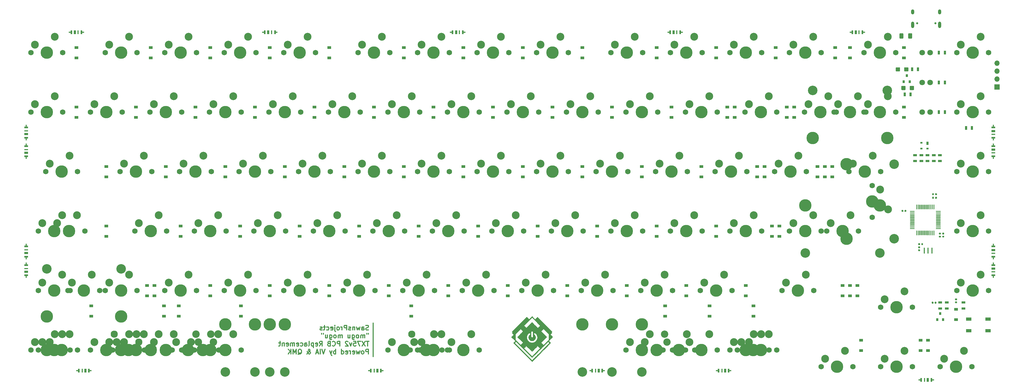
<source format=gbr>
%TF.GenerationSoftware,KiCad,Pcbnew,(5.1.11)-1*%
%TF.CreationDate,2022-09-06T18:14:57+07:00*%
%TF.ProjectId,TX75v2 PCB replacement,54583735-7632-4205-9043-42207265706c,rev?*%
%TF.SameCoordinates,Original*%
%TF.FileFunction,Soldermask,Bot*%
%TF.FilePolarity,Negative*%
%FSLAX46Y46*%
G04 Gerber Fmt 4.6, Leading zero omitted, Abs format (unit mm)*
G04 Created by KiCad (PCBNEW (5.1.11)-1) date 2022-09-06 18:14:57*
%MOMM*%
%LPD*%
G01*
G04 APERTURE LIST*
%ADD10C,0.300000*%
%ADD11C,0.010000*%
%ADD12R,1.200000X0.900000*%
%ADD13C,2.500000*%
%ADD14C,3.987800*%
%ADD15C,2.400000*%
%ADD16C,1.750000*%
%ADD17C,2.300000*%
%ADD18R,1.300000X0.700000*%
%ADD19R,0.550000X1.200000*%
%ADD20R,0.650000X0.450000*%
%ADD21R,0.700000X1.200000*%
%ADD22R,0.450000X1.200000*%
%ADD23R,1.200000X0.550000*%
%ADD24R,0.450000X0.650000*%
%ADD25R,1.200000X0.700000*%
%ADD26R,1.200000X0.450000*%
%ADD27R,1.800000X1.100000*%
%ADD28R,0.800000X0.900000*%
%ADD29R,0.700000X1.300000*%
%ADD30O,1.700000X1.700000*%
%ADD31R,1.700000X1.700000*%
%ADD32R,0.400000X1.900000*%
%ADD33C,3.048000*%
%ADD34C,2.350000*%
%ADD35C,1.800000*%
%ADD36C,0.650000*%
%ADD37O,1.000000X2.100000*%
%ADD38O,1.000000X1.600000*%
%ADD39R,0.700000X1.000000*%
%ADD40R,0.700000X0.600000*%
G04 APERTURE END LIST*
D10*
X79192185Y-148877101D02*
X78977900Y-148948530D01*
X78620757Y-148948530D01*
X78477900Y-148877101D01*
X78406471Y-148805673D01*
X78335042Y-148662816D01*
X78335042Y-148519959D01*
X78406471Y-148377101D01*
X78477900Y-148305673D01*
X78620757Y-148234244D01*
X78906471Y-148162816D01*
X79049328Y-148091387D01*
X79120757Y-148019959D01*
X79192185Y-147877101D01*
X79192185Y-147734244D01*
X79120757Y-147591387D01*
X79049328Y-147519959D01*
X78906471Y-147448530D01*
X78549328Y-147448530D01*
X78335042Y-147519959D01*
X77049328Y-148948530D02*
X77049328Y-148162816D01*
X77120757Y-148019959D01*
X77263614Y-147948530D01*
X77549328Y-147948530D01*
X77692185Y-148019959D01*
X77049328Y-148877101D02*
X77192185Y-148948530D01*
X77549328Y-148948530D01*
X77692185Y-148877101D01*
X77763614Y-148734244D01*
X77763614Y-148591387D01*
X77692185Y-148448530D01*
X77549328Y-148377101D01*
X77192185Y-148377101D01*
X77049328Y-148305673D01*
X76477900Y-147948530D02*
X76192185Y-148948530D01*
X75906471Y-148234244D01*
X75620757Y-148948530D01*
X75335042Y-147948530D01*
X74763614Y-147948530D02*
X74763614Y-148948530D01*
X74763614Y-148091387D02*
X74692185Y-148019959D01*
X74549328Y-147948530D01*
X74335042Y-147948530D01*
X74192185Y-148019959D01*
X74120757Y-148162816D01*
X74120757Y-148948530D01*
X73477900Y-148877101D02*
X73335042Y-148948530D01*
X73049328Y-148948530D01*
X72906471Y-148877101D01*
X72835042Y-148734244D01*
X72835042Y-148662816D01*
X72906471Y-148519959D01*
X73049328Y-148448530D01*
X73263614Y-148448530D01*
X73406471Y-148377101D01*
X73477900Y-148234244D01*
X73477900Y-148162816D01*
X73406471Y-148019959D01*
X73263614Y-147948530D01*
X73049328Y-147948530D01*
X72906471Y-148019959D01*
X72192185Y-148948530D02*
X72192185Y-147448530D01*
X71620757Y-147448530D01*
X71477900Y-147519959D01*
X71406471Y-147591387D01*
X71335042Y-147734244D01*
X71335042Y-147948530D01*
X71406471Y-148091387D01*
X71477900Y-148162816D01*
X71620757Y-148234244D01*
X72192185Y-148234244D01*
X70692185Y-148948530D02*
X70692185Y-147948530D01*
X70692185Y-148234244D02*
X70620757Y-148091387D01*
X70549328Y-148019959D01*
X70406471Y-147948530D01*
X70263614Y-147948530D01*
X69549328Y-148948530D02*
X69692185Y-148877101D01*
X69763614Y-148805673D01*
X69835042Y-148662816D01*
X69835042Y-148234244D01*
X69763614Y-148091387D01*
X69692185Y-148019959D01*
X69549328Y-147948530D01*
X69335042Y-147948530D01*
X69192185Y-148019959D01*
X69120757Y-148091387D01*
X69049328Y-148234244D01*
X69049328Y-148662816D01*
X69120757Y-148805673D01*
X69192185Y-148877101D01*
X69335042Y-148948530D01*
X69549328Y-148948530D01*
X68406471Y-147948530D02*
X68406471Y-149234244D01*
X68477900Y-149377101D01*
X68620757Y-149448530D01*
X68692185Y-149448530D01*
X68406471Y-147448530D02*
X68477900Y-147519959D01*
X68406471Y-147591387D01*
X68335042Y-147519959D01*
X68406471Y-147448530D01*
X68406471Y-147591387D01*
X67120757Y-148877101D02*
X67263614Y-148948530D01*
X67549328Y-148948530D01*
X67692185Y-148877101D01*
X67763614Y-148734244D01*
X67763614Y-148162816D01*
X67692185Y-148019959D01*
X67549328Y-147948530D01*
X67263614Y-147948530D01*
X67120757Y-148019959D01*
X67049328Y-148162816D01*
X67049328Y-148305673D01*
X67763614Y-148448530D01*
X65763614Y-148877101D02*
X65906471Y-148948530D01*
X66192185Y-148948530D01*
X66335042Y-148877101D01*
X66406471Y-148805673D01*
X66477900Y-148662816D01*
X66477900Y-148234244D01*
X66406471Y-148091387D01*
X66335042Y-148019959D01*
X66192185Y-147948530D01*
X65906471Y-147948530D01*
X65763614Y-148019959D01*
X65335042Y-147948530D02*
X64763614Y-147948530D01*
X65120757Y-147448530D02*
X65120757Y-148734244D01*
X65049328Y-148877101D01*
X64906471Y-148948530D01*
X64763614Y-148948530D01*
X64335042Y-148877101D02*
X64192185Y-148948530D01*
X63906471Y-148948530D01*
X63763614Y-148877101D01*
X63692185Y-148734244D01*
X63692185Y-148662816D01*
X63763614Y-148519959D01*
X63906471Y-148448530D01*
X64120757Y-148448530D01*
X64263614Y-148377101D01*
X64335042Y-148234244D01*
X64335042Y-148162816D01*
X64263614Y-148019959D01*
X64120757Y-147948530D01*
X63906471Y-147948530D01*
X63763614Y-148019959D01*
X79192185Y-149998530D02*
X79192185Y-150284244D01*
X78620757Y-149998530D02*
X78620757Y-150284244D01*
X77977900Y-151498530D02*
X77977900Y-150498530D01*
X77977900Y-150641387D02*
X77906471Y-150569959D01*
X77763614Y-150498530D01*
X77549328Y-150498530D01*
X77406471Y-150569959D01*
X77335042Y-150712816D01*
X77335042Y-151498530D01*
X77335042Y-150712816D02*
X77263614Y-150569959D01*
X77120757Y-150498530D01*
X76906471Y-150498530D01*
X76763614Y-150569959D01*
X76692185Y-150712816D01*
X76692185Y-151498530D01*
X75763614Y-151498530D02*
X75906471Y-151427101D01*
X75977900Y-151355673D01*
X76049328Y-151212816D01*
X76049328Y-150784244D01*
X75977900Y-150641387D01*
X75906471Y-150569959D01*
X75763614Y-150498530D01*
X75549328Y-150498530D01*
X75406471Y-150569959D01*
X75335042Y-150641387D01*
X75263614Y-150784244D01*
X75263614Y-151212816D01*
X75335042Y-151355673D01*
X75406471Y-151427101D01*
X75549328Y-151498530D01*
X75763614Y-151498530D01*
X73977900Y-150498530D02*
X73977900Y-151712816D01*
X74049328Y-151855673D01*
X74120757Y-151927101D01*
X74263614Y-151998530D01*
X74477900Y-151998530D01*
X74620757Y-151927101D01*
X73977900Y-151427101D02*
X74120757Y-151498530D01*
X74406471Y-151498530D01*
X74549328Y-151427101D01*
X74620757Y-151355673D01*
X74692185Y-151212816D01*
X74692185Y-150784244D01*
X74620757Y-150641387D01*
X74549328Y-150569959D01*
X74406471Y-150498530D01*
X74120757Y-150498530D01*
X73977900Y-150569959D01*
X72620757Y-150498530D02*
X72620757Y-151498530D01*
X73263614Y-150498530D02*
X73263614Y-151284244D01*
X73192185Y-151427101D01*
X73049328Y-151498530D01*
X72835042Y-151498530D01*
X72692185Y-151427101D01*
X72620757Y-151355673D01*
X70763614Y-151498530D02*
X70763614Y-150498530D01*
X70763614Y-150641387D02*
X70692185Y-150569959D01*
X70549328Y-150498530D01*
X70335042Y-150498530D01*
X70192185Y-150569959D01*
X70120757Y-150712816D01*
X70120757Y-151498530D01*
X70120757Y-150712816D02*
X70049328Y-150569959D01*
X69906471Y-150498530D01*
X69692185Y-150498530D01*
X69549328Y-150569959D01*
X69477900Y-150712816D01*
X69477900Y-151498530D01*
X68549328Y-151498530D02*
X68692185Y-151427101D01*
X68763614Y-151355673D01*
X68835042Y-151212816D01*
X68835042Y-150784244D01*
X68763614Y-150641387D01*
X68692185Y-150569959D01*
X68549328Y-150498530D01*
X68335042Y-150498530D01*
X68192185Y-150569959D01*
X68120757Y-150641387D01*
X68049328Y-150784244D01*
X68049328Y-151212816D01*
X68120757Y-151355673D01*
X68192185Y-151427101D01*
X68335042Y-151498530D01*
X68549328Y-151498530D01*
X66763614Y-150498530D02*
X66763614Y-151712816D01*
X66835042Y-151855673D01*
X66906471Y-151927101D01*
X67049328Y-151998530D01*
X67263614Y-151998530D01*
X67406471Y-151927101D01*
X66763614Y-151427101D02*
X66906471Y-151498530D01*
X67192185Y-151498530D01*
X67335042Y-151427101D01*
X67406471Y-151355673D01*
X67477900Y-151212816D01*
X67477900Y-150784244D01*
X67406471Y-150641387D01*
X67335042Y-150569959D01*
X67192185Y-150498530D01*
X66906471Y-150498530D01*
X66763614Y-150569959D01*
X65406471Y-150498530D02*
X65406471Y-151498530D01*
X66049328Y-150498530D02*
X66049328Y-151284244D01*
X65977900Y-151427101D01*
X65835042Y-151498530D01*
X65620757Y-151498530D01*
X65477900Y-151427101D01*
X65406471Y-151355673D01*
X64763614Y-149998530D02*
X64763614Y-150284244D01*
X64192185Y-149998530D02*
X64192185Y-150284244D01*
X79335042Y-152548530D02*
X78477900Y-152548530D01*
X78906471Y-154048530D02*
X78906471Y-152548530D01*
X78120757Y-152548530D02*
X77120757Y-154048530D01*
X77120757Y-152548530D02*
X78120757Y-154048530D01*
X76692185Y-152548530D02*
X75692185Y-152548530D01*
X76335042Y-154048530D01*
X74406471Y-152548530D02*
X75120757Y-152548530D01*
X75192185Y-153262816D01*
X75120757Y-153191387D01*
X74977900Y-153119959D01*
X74620757Y-153119959D01*
X74477900Y-153191387D01*
X74406471Y-153262816D01*
X74335042Y-153405673D01*
X74335042Y-153762816D01*
X74406471Y-153905673D01*
X74477900Y-153977101D01*
X74620757Y-154048530D01*
X74977900Y-154048530D01*
X75120757Y-153977101D01*
X75192185Y-153905673D01*
X73835042Y-153048530D02*
X73477900Y-154048530D01*
X73120757Y-153048530D01*
X72620757Y-152691387D02*
X72549328Y-152619959D01*
X72406471Y-152548530D01*
X72049328Y-152548530D01*
X71906471Y-152619959D01*
X71835042Y-152691387D01*
X71763614Y-152834244D01*
X71763614Y-152977101D01*
X71835042Y-153191387D01*
X72692185Y-154048530D01*
X71763614Y-154048530D01*
X69977900Y-154048530D02*
X69977900Y-152548530D01*
X69406471Y-152548530D01*
X69263614Y-152619959D01*
X69192185Y-152691387D01*
X69120757Y-152834244D01*
X69120757Y-153048530D01*
X69192185Y-153191387D01*
X69263614Y-153262816D01*
X69406471Y-153334244D01*
X69977900Y-153334244D01*
X67620757Y-153905673D02*
X67692185Y-153977101D01*
X67906471Y-154048530D01*
X68049328Y-154048530D01*
X68263614Y-153977101D01*
X68406471Y-153834244D01*
X68477900Y-153691387D01*
X68549328Y-153405673D01*
X68549328Y-153191387D01*
X68477900Y-152905673D01*
X68406471Y-152762816D01*
X68263614Y-152619959D01*
X68049328Y-152548530D01*
X67906471Y-152548530D01*
X67692185Y-152619959D01*
X67620757Y-152691387D01*
X66477900Y-153262816D02*
X66263614Y-153334244D01*
X66192185Y-153405673D01*
X66120757Y-153548530D01*
X66120757Y-153762816D01*
X66192185Y-153905673D01*
X66263614Y-153977101D01*
X66406471Y-154048530D01*
X66977900Y-154048530D01*
X66977900Y-152548530D01*
X66477900Y-152548530D01*
X66335042Y-152619959D01*
X66263614Y-152691387D01*
X66192185Y-152834244D01*
X66192185Y-152977101D01*
X66263614Y-153119959D01*
X66335042Y-153191387D01*
X66477900Y-153262816D01*
X66977900Y-153262816D01*
X63477900Y-154048530D02*
X63977900Y-153334244D01*
X64335042Y-154048530D02*
X64335042Y-152548530D01*
X63763614Y-152548530D01*
X63620757Y-152619959D01*
X63549328Y-152691387D01*
X63477900Y-152834244D01*
X63477900Y-153048530D01*
X63549328Y-153191387D01*
X63620757Y-153262816D01*
X63763614Y-153334244D01*
X64335042Y-153334244D01*
X62263614Y-153977101D02*
X62406471Y-154048530D01*
X62692185Y-154048530D01*
X62835042Y-153977101D01*
X62906471Y-153834244D01*
X62906471Y-153262816D01*
X62835042Y-153119959D01*
X62692185Y-153048530D01*
X62406471Y-153048530D01*
X62263614Y-153119959D01*
X62192185Y-153262816D01*
X62192185Y-153405673D01*
X62906471Y-153548530D01*
X61549328Y-153048530D02*
X61549328Y-154548530D01*
X61549328Y-153119959D02*
X61406471Y-153048530D01*
X61120757Y-153048530D01*
X60977900Y-153119959D01*
X60906471Y-153191387D01*
X60835042Y-153334244D01*
X60835042Y-153762816D01*
X60906471Y-153905673D01*
X60977900Y-153977101D01*
X61120757Y-154048530D01*
X61406471Y-154048530D01*
X61549328Y-153977101D01*
X59977900Y-154048530D02*
X60120757Y-153977101D01*
X60192185Y-153834244D01*
X60192185Y-152548530D01*
X58763614Y-154048530D02*
X58763614Y-153262816D01*
X58835042Y-153119959D01*
X58977900Y-153048530D01*
X59263614Y-153048530D01*
X59406471Y-153119959D01*
X58763614Y-153977101D02*
X58906471Y-154048530D01*
X59263614Y-154048530D01*
X59406471Y-153977101D01*
X59477900Y-153834244D01*
X59477900Y-153691387D01*
X59406471Y-153548530D01*
X59263614Y-153477101D01*
X58906471Y-153477101D01*
X58763614Y-153405673D01*
X57406471Y-153977101D02*
X57549328Y-154048530D01*
X57835042Y-154048530D01*
X57977900Y-153977101D01*
X58049328Y-153905673D01*
X58120757Y-153762816D01*
X58120757Y-153334244D01*
X58049328Y-153191387D01*
X57977900Y-153119959D01*
X57835042Y-153048530D01*
X57549328Y-153048530D01*
X57406471Y-153119959D01*
X56192185Y-153977101D02*
X56335042Y-154048530D01*
X56620757Y-154048530D01*
X56763614Y-153977101D01*
X56835042Y-153834244D01*
X56835042Y-153262816D01*
X56763614Y-153119959D01*
X56620757Y-153048530D01*
X56335042Y-153048530D01*
X56192185Y-153119959D01*
X56120757Y-153262816D01*
X56120757Y-153405673D01*
X56835042Y-153548530D01*
X55477900Y-154048530D02*
X55477900Y-153048530D01*
X55477900Y-153191387D02*
X55406471Y-153119959D01*
X55263614Y-153048530D01*
X55049328Y-153048530D01*
X54906471Y-153119959D01*
X54835042Y-153262816D01*
X54835042Y-154048530D01*
X54835042Y-153262816D02*
X54763614Y-153119959D01*
X54620757Y-153048530D01*
X54406471Y-153048530D01*
X54263614Y-153119959D01*
X54192185Y-153262816D01*
X54192185Y-154048530D01*
X52906471Y-153977101D02*
X53049328Y-154048530D01*
X53335042Y-154048530D01*
X53477900Y-153977101D01*
X53549328Y-153834244D01*
X53549328Y-153262816D01*
X53477900Y-153119959D01*
X53335042Y-153048530D01*
X53049328Y-153048530D01*
X52906471Y-153119959D01*
X52835042Y-153262816D01*
X52835042Y-153405673D01*
X53549328Y-153548530D01*
X52192185Y-153048530D02*
X52192185Y-154048530D01*
X52192185Y-153191387D02*
X52120757Y-153119959D01*
X51977900Y-153048530D01*
X51763614Y-153048530D01*
X51620757Y-153119959D01*
X51549328Y-153262816D01*
X51549328Y-154048530D01*
X51049328Y-153048530D02*
X50477900Y-153048530D01*
X50835042Y-152548530D02*
X50835042Y-153834244D01*
X50763614Y-153977101D01*
X50620757Y-154048530D01*
X50477900Y-154048530D01*
X79120757Y-156598530D02*
X79120757Y-155098530D01*
X78549328Y-155098530D01*
X78406471Y-155169959D01*
X78335042Y-155241387D01*
X78263614Y-155384244D01*
X78263614Y-155598530D01*
X78335042Y-155741387D01*
X78406471Y-155812816D01*
X78549328Y-155884244D01*
X79120757Y-155884244D01*
X77406471Y-156598530D02*
X77549328Y-156527101D01*
X77620757Y-156455673D01*
X77692185Y-156312816D01*
X77692185Y-155884244D01*
X77620757Y-155741387D01*
X77549328Y-155669959D01*
X77406471Y-155598530D01*
X77192185Y-155598530D01*
X77049328Y-155669959D01*
X76977900Y-155741387D01*
X76906471Y-155884244D01*
X76906471Y-156312816D01*
X76977900Y-156455673D01*
X77049328Y-156527101D01*
X77192185Y-156598530D01*
X77406471Y-156598530D01*
X76406471Y-155598530D02*
X76120757Y-156598530D01*
X75835042Y-155884244D01*
X75549328Y-156598530D01*
X75263614Y-155598530D01*
X74120757Y-156527101D02*
X74263614Y-156598530D01*
X74549328Y-156598530D01*
X74692185Y-156527101D01*
X74763614Y-156384244D01*
X74763614Y-155812816D01*
X74692185Y-155669959D01*
X74549328Y-155598530D01*
X74263614Y-155598530D01*
X74120757Y-155669959D01*
X74049328Y-155812816D01*
X74049328Y-155955673D01*
X74763614Y-156098530D01*
X73406471Y-156598530D02*
X73406471Y-155598530D01*
X73406471Y-155884244D02*
X73335042Y-155741387D01*
X73263614Y-155669959D01*
X73120757Y-155598530D01*
X72977900Y-155598530D01*
X71906471Y-156527101D02*
X72049328Y-156598530D01*
X72335042Y-156598530D01*
X72477900Y-156527101D01*
X72549328Y-156384244D01*
X72549328Y-155812816D01*
X72477900Y-155669959D01*
X72335042Y-155598530D01*
X72049328Y-155598530D01*
X71906471Y-155669959D01*
X71835042Y-155812816D01*
X71835042Y-155955673D01*
X72549328Y-156098530D01*
X70549328Y-156598530D02*
X70549328Y-155098530D01*
X70549328Y-156527101D02*
X70692185Y-156598530D01*
X70977900Y-156598530D01*
X71120757Y-156527101D01*
X71192185Y-156455673D01*
X71263614Y-156312816D01*
X71263614Y-155884244D01*
X71192185Y-155741387D01*
X71120757Y-155669959D01*
X70977900Y-155598530D01*
X70692185Y-155598530D01*
X70549328Y-155669959D01*
X68692185Y-156598530D02*
X68692185Y-155098530D01*
X68692185Y-155669959D02*
X68549328Y-155598530D01*
X68263614Y-155598530D01*
X68120757Y-155669959D01*
X68049328Y-155741387D01*
X67977900Y-155884244D01*
X67977900Y-156312816D01*
X68049328Y-156455673D01*
X68120757Y-156527101D01*
X68263614Y-156598530D01*
X68549328Y-156598530D01*
X68692185Y-156527101D01*
X67477900Y-155598530D02*
X67120757Y-156598530D01*
X66763614Y-155598530D02*
X67120757Y-156598530D01*
X67263614Y-156955673D01*
X67335042Y-157027101D01*
X67477900Y-157098530D01*
X65263614Y-155098530D02*
X64763614Y-156598530D01*
X64263614Y-155098530D01*
X63763614Y-156598530D02*
X63763614Y-155098530D01*
X63120757Y-156169959D02*
X62406471Y-156169959D01*
X63263614Y-156598530D02*
X62763614Y-155098530D01*
X62263614Y-156598530D01*
X59406471Y-156598530D02*
X59477900Y-156598530D01*
X59620757Y-156527101D01*
X59835042Y-156312816D01*
X60192185Y-155884244D01*
X60335042Y-155669959D01*
X60406471Y-155455673D01*
X60406471Y-155312816D01*
X60335042Y-155169959D01*
X60192185Y-155098530D01*
X60120757Y-155098530D01*
X59977900Y-155169959D01*
X59906471Y-155312816D01*
X59906471Y-155384244D01*
X59977900Y-155527101D01*
X60049328Y-155598530D01*
X60477900Y-155884244D01*
X60549328Y-155955673D01*
X60620757Y-156098530D01*
X60620757Y-156312816D01*
X60549328Y-156455673D01*
X60477900Y-156527101D01*
X60335042Y-156598530D01*
X60120757Y-156598530D01*
X59977900Y-156527101D01*
X59906471Y-156455673D01*
X59692185Y-156169959D01*
X59620757Y-155955673D01*
X59620757Y-155812816D01*
X56620757Y-156741387D02*
X56763614Y-156669959D01*
X56906471Y-156527101D01*
X57120757Y-156312816D01*
X57263614Y-156241387D01*
X57406471Y-156241387D01*
X57335042Y-156598530D02*
X57477900Y-156527101D01*
X57620757Y-156384244D01*
X57692185Y-156098530D01*
X57692185Y-155598530D01*
X57620757Y-155312816D01*
X57477900Y-155169959D01*
X57335042Y-155098530D01*
X57049328Y-155098530D01*
X56906471Y-155169959D01*
X56763614Y-155312816D01*
X56692185Y-155598530D01*
X56692185Y-156098530D01*
X56763614Y-156384244D01*
X56906471Y-156527101D01*
X57049328Y-156598530D01*
X57335042Y-156598530D01*
X56049328Y-156598530D02*
X56049328Y-155098530D01*
X55549328Y-156169959D01*
X55049328Y-155098530D01*
X55049328Y-156598530D01*
X54335042Y-156598530D02*
X54335042Y-155098530D01*
X53477900Y-156598530D02*
X54120757Y-155741387D01*
X53477900Y-155098530D02*
X54335042Y-155955673D01*
X80641662Y-146737133D02*
X80641662Y-157452785D01*
D11*
%TO.C,G\u002A\u002A\u002A*%
G36*
X131056591Y-145013677D02*
G01*
X130575829Y-145494440D01*
X130202063Y-145120727D01*
X129828298Y-144747015D01*
X125122158Y-149453155D01*
X125229127Y-149560302D01*
X125336095Y-149667449D01*
X125229114Y-149774429D01*
X125122134Y-149881410D01*
X125388795Y-150148144D01*
X125655456Y-150414879D01*
X125281713Y-150788569D01*
X124907969Y-151162260D01*
X125548395Y-151802716D01*
X126188820Y-152443172D01*
X125550270Y-153081846D01*
X131537385Y-159068961D01*
X134529143Y-156077196D01*
X137520902Y-153085431D01*
X137517330Y-153081859D01*
X137096301Y-153081859D01*
X134316845Y-155861323D01*
X134148417Y-156029745D01*
X133982552Y-156195590D01*
X133819547Y-156358564D01*
X133659696Y-156518371D01*
X133503295Y-156674715D01*
X133350640Y-156827303D01*
X133202027Y-156975838D01*
X133057751Y-157120025D01*
X132918107Y-157259568D01*
X132783392Y-157394174D01*
X132653901Y-157523546D01*
X132529930Y-157647388D01*
X132411775Y-157765407D01*
X132299730Y-157877306D01*
X132194092Y-157982790D01*
X132095157Y-158081565D01*
X132003219Y-158173334D01*
X131918575Y-158257803D01*
X131841520Y-158334676D01*
X131772351Y-158403658D01*
X131711362Y-158464453D01*
X131658849Y-158516767D01*
X131615108Y-158560304D01*
X131580434Y-158594769D01*
X131555124Y-158619867D01*
X131539472Y-158635302D01*
X131533775Y-158640780D01*
X131533759Y-158640787D01*
X131528456Y-158635704D01*
X131513187Y-158620652D01*
X131488248Y-158595927D01*
X131453936Y-158561823D01*
X131410545Y-158518637D01*
X131358373Y-158466664D01*
X131297714Y-158406200D01*
X131228866Y-158337540D01*
X131152123Y-158260979D01*
X131067782Y-158176814D01*
X130976139Y-158085340D01*
X130877489Y-157986853D01*
X130772129Y-157881647D01*
X130660355Y-157770019D01*
X130542462Y-157652264D01*
X130418746Y-157528678D01*
X130289504Y-157399555D01*
X130155031Y-157265193D01*
X130015623Y-157125886D01*
X129871576Y-156981929D01*
X129723187Y-156833620D01*
X129570750Y-156681251D01*
X129414563Y-156525121D01*
X129254920Y-156365523D01*
X129092118Y-156202755D01*
X128926453Y-156037110D01*
X128758221Y-155868885D01*
X128756084Y-155866748D01*
X128587816Y-155698467D01*
X128422124Y-155532736D01*
X128259305Y-155369852D01*
X128099655Y-155210112D01*
X127943468Y-155053812D01*
X127791041Y-154901248D01*
X127642668Y-154752717D01*
X127498647Y-154608515D01*
X127359271Y-154468938D01*
X127224838Y-154334284D01*
X127095642Y-154204847D01*
X126971980Y-154080925D01*
X126854146Y-153962815D01*
X126742436Y-153850811D01*
X126637147Y-153745212D01*
X126538573Y-153646313D01*
X126447010Y-153554410D01*
X126362755Y-153469801D01*
X126286101Y-153392780D01*
X126217346Y-153323646D01*
X126156785Y-153262694D01*
X126104712Y-153210221D01*
X126061425Y-153166522D01*
X126027219Y-153131895D01*
X126002388Y-153106636D01*
X125987229Y-153091041D01*
X125982038Y-153085406D01*
X125982038Y-153085401D01*
X125987010Y-153078853D01*
X126001209Y-153063200D01*
X126023554Y-153039559D01*
X126052966Y-153009046D01*
X126088366Y-152972776D01*
X126128674Y-152931868D01*
X126172812Y-152887436D01*
X126192516Y-152867709D01*
X126402995Y-152657324D01*
X128968373Y-155222695D01*
X131533752Y-157788065D01*
X134097341Y-155224484D01*
X134259069Y-155062770D01*
X134418237Y-154903646D01*
X134527429Y-154794503D01*
X134106393Y-154794503D01*
X132825523Y-156075388D01*
X132711540Y-156189343D01*
X132600219Y-156300581D01*
X132491997Y-156408667D01*
X132387312Y-156513164D01*
X132286602Y-156613638D01*
X132190304Y-156709654D01*
X132098856Y-156800776D01*
X132012697Y-156886569D01*
X131932263Y-156966597D01*
X131857992Y-157040426D01*
X131790323Y-157107621D01*
X131729692Y-157167745D01*
X131676538Y-157220364D01*
X131631299Y-157265042D01*
X131594411Y-157301345D01*
X131566314Y-157328836D01*
X131547443Y-157347081D01*
X131538238Y-157355644D01*
X131537380Y-157356273D01*
X131531671Y-157351211D01*
X131516143Y-157336314D01*
X131491234Y-157312018D01*
X131457381Y-157278758D01*
X131415023Y-157236970D01*
X131364597Y-157187088D01*
X131306540Y-157129548D01*
X131241291Y-157064786D01*
X131169287Y-156993236D01*
X131090967Y-156915333D01*
X131006767Y-156831514D01*
X130917125Y-156742212D01*
X130822480Y-156647865D01*
X130723268Y-156548906D01*
X130619929Y-156445771D01*
X130512898Y-156338895D01*
X130402615Y-156228714D01*
X130289517Y-156115663D01*
X130249247Y-156075397D01*
X128968386Y-154794520D01*
X129715800Y-154047000D01*
X130624776Y-154955954D01*
X131533752Y-155864909D01*
X132444524Y-154954158D01*
X133355297Y-154043407D01*
X134106393Y-154794503D01*
X134527429Y-154794503D01*
X134574535Y-154747419D01*
X134727656Y-154594395D01*
X134877292Y-154444883D01*
X135023133Y-154299190D01*
X135164871Y-154157623D01*
X135302199Y-154020491D01*
X135434807Y-153888100D01*
X135562387Y-153760758D01*
X135684631Y-153638773D01*
X135801231Y-153522452D01*
X135911877Y-153412103D01*
X136016263Y-153308033D01*
X136114078Y-153210549D01*
X136205015Y-153119960D01*
X136288766Y-153036573D01*
X136365022Y-152960695D01*
X136433474Y-152892634D01*
X136493815Y-152832697D01*
X136545735Y-152781192D01*
X136588927Y-152738426D01*
X136623082Y-152704707D01*
X136647892Y-152680343D01*
X136663047Y-152665641D01*
X136668231Y-152660902D01*
X136674778Y-152665874D01*
X136690429Y-152680073D01*
X136714069Y-152702418D01*
X136744581Y-152731830D01*
X136780849Y-152767229D01*
X136821757Y-152807538D01*
X136866188Y-152851675D01*
X136885916Y-152871380D01*
X137096301Y-153081859D01*
X137517330Y-153081859D01*
X137201581Y-152766111D01*
X136882261Y-152446790D01*
X137524516Y-151804567D01*
X138166770Y-151162343D01*
X137791250Y-150786770D01*
X137415729Y-150411198D01*
X137520962Y-150305936D01*
X136882266Y-150305936D01*
X136882266Y-152018499D01*
X136027772Y-152873109D01*
X135173277Y-153727718D01*
X134422079Y-152976624D01*
X135331033Y-152067649D01*
X136098476Y-151300187D01*
X133227646Y-151300187D01*
X133223466Y-151436322D01*
X133210225Y-151563816D01*
X133187251Y-151685874D01*
X133153868Y-151805704D01*
X133109402Y-151926511D01*
X133082975Y-151987898D01*
X133017411Y-152119719D01*
X132943532Y-152241249D01*
X132859497Y-152355186D01*
X132763469Y-152464230D01*
X132746289Y-152481996D01*
X132669343Y-152557202D01*
X132595012Y-152622298D01*
X132519733Y-152679863D01*
X132439942Y-152732472D01*
X132352073Y-152782704D01*
X132277609Y-152820920D01*
X132139819Y-152881765D01*
X131998810Y-152930216D01*
X131856671Y-152965647D01*
X131726066Y-152986278D01*
X131683795Y-152989758D01*
X131631225Y-152992122D01*
X131572515Y-152993362D01*
X131511826Y-152993468D01*
X131453317Y-152992433D01*
X131401148Y-152990245D01*
X131361109Y-152987077D01*
X131317024Y-152980200D01*
X128649000Y-152980200D01*
X128275295Y-153353958D01*
X127901590Y-153727717D01*
X127047042Y-152873192D01*
X126192495Y-152018668D01*
X126192495Y-150305936D01*
X127048830Y-149449624D01*
X127905165Y-148593311D01*
X128275287Y-148963380D01*
X128335968Y-149024151D01*
X128393552Y-149082011D01*
X128447226Y-149136134D01*
X128496179Y-149185691D01*
X128539600Y-149229855D01*
X128576676Y-149267798D01*
X128606596Y-149298693D01*
X128628548Y-149321712D01*
X128641721Y-149336028D01*
X128645409Y-149340743D01*
X128640359Y-149346562D01*
X128625554Y-149362114D01*
X128601511Y-149386877D01*
X128568749Y-149420328D01*
X128527783Y-149461947D01*
X128479132Y-149511212D01*
X128423314Y-149567602D01*
X128360844Y-149630594D01*
X128292242Y-149699668D01*
X128218024Y-149774301D01*
X128138708Y-149853973D01*
X128054811Y-149938161D01*
X127966851Y-150026344D01*
X127875345Y-150118000D01*
X127780810Y-150212608D01*
X127738266Y-150255159D01*
X126831123Y-151162280D01*
X127740062Y-152071240D01*
X128649000Y-152980200D01*
X131317024Y-152980200D01*
X131209318Y-152963399D01*
X131060194Y-152925580D01*
X130913425Y-152873529D01*
X130786335Y-152816060D01*
X130700432Y-152771306D01*
X130624499Y-152727162D01*
X130555277Y-152681244D01*
X130489506Y-152631167D01*
X130423929Y-152574546D01*
X130355285Y-152508996D01*
X130324898Y-152478374D01*
X130258982Y-152408506D01*
X130202222Y-152342189D01*
X130152134Y-152275896D01*
X130106235Y-152206103D01*
X130062040Y-152129283D01*
X130017067Y-152041912D01*
X130016331Y-152040416D01*
X129953932Y-151897622D01*
X129905448Y-151752114D01*
X129870720Y-151604721D01*
X129849588Y-151456275D01*
X129841892Y-151307607D01*
X129847473Y-151159547D01*
X129866172Y-151012926D01*
X129897828Y-150868574D01*
X129942283Y-150727324D01*
X129999377Y-150590005D01*
X130068950Y-150457449D01*
X130150843Y-150330485D01*
X130244896Y-150209946D01*
X130350950Y-150096661D01*
X130398049Y-150052336D01*
X130448310Y-150007671D01*
X130490592Y-149972426D01*
X130526804Y-149945393D01*
X130558856Y-149925364D01*
X130588654Y-149911133D01*
X130618109Y-149901493D01*
X130645533Y-149895803D01*
X130706585Y-149892519D01*
X130763957Y-149902021D01*
X130816546Y-149922810D01*
X130863251Y-149953390D01*
X130902969Y-149992261D01*
X130934599Y-150037928D01*
X130957038Y-150088891D01*
X130969184Y-150143654D01*
X130969936Y-150200717D01*
X130958192Y-150258584D01*
X130941977Y-150298702D01*
X130931198Y-150319216D01*
X130919907Y-150336852D01*
X130905945Y-150353990D01*
X130887154Y-150373007D01*
X130861376Y-150396283D01*
X130826452Y-150426195D01*
X130825752Y-150426788D01*
X130727155Y-150518804D01*
X130641709Y-150616957D01*
X130569396Y-150721276D01*
X130510200Y-150831792D01*
X130464104Y-150948535D01*
X130431091Y-151071537D01*
X130415634Y-151162302D01*
X130411431Y-151210631D01*
X130409837Y-151268417D01*
X130410678Y-151331294D01*
X130413784Y-151394895D01*
X130418980Y-151454853D01*
X130426096Y-151506802D01*
X130430035Y-151527121D01*
X130464912Y-151653848D01*
X130512095Y-151773307D01*
X130571004Y-151884909D01*
X130641059Y-151988066D01*
X130721680Y-152082188D01*
X130812287Y-152166686D01*
X130912298Y-152240972D01*
X131021136Y-152304456D01*
X131138218Y-152356549D01*
X131262965Y-152396663D01*
X131294266Y-152404510D01*
X131358936Y-152416401D01*
X131433014Y-152424260D01*
X131511931Y-152427971D01*
X131591118Y-152427415D01*
X131666006Y-152422475D01*
X131718809Y-152415450D01*
X131844862Y-152386640D01*
X131965982Y-152344245D01*
X132081656Y-152288503D01*
X132191370Y-152219654D01*
X132271143Y-152158128D01*
X132357502Y-152076360D01*
X132434987Y-151983877D01*
X132502849Y-151881991D01*
X132560339Y-151772015D01*
X132606709Y-151655259D01*
X132641210Y-151533037D01*
X132649011Y-151496130D01*
X132655501Y-151450942D01*
X132659845Y-151395493D01*
X132662044Y-151333846D01*
X132662098Y-151270064D01*
X132660007Y-151208210D01*
X132655774Y-151152346D01*
X132649397Y-151106537D01*
X132648955Y-151104245D01*
X132616800Y-150975367D01*
X132572451Y-150854359D01*
X132515880Y-150741172D01*
X132447057Y-150635756D01*
X132365952Y-150538061D01*
X132272537Y-150448040D01*
X132242167Y-150422570D01*
X132198167Y-150384820D01*
X132165035Y-150351065D01*
X132140832Y-150318466D01*
X132123618Y-150284184D01*
X132111457Y-150245382D01*
X132106875Y-150224473D01*
X132101565Y-150166842D01*
X132109318Y-150111028D01*
X132130554Y-150054218D01*
X132133010Y-150049223D01*
X132167412Y-149995215D01*
X132210567Y-149951627D01*
X132260853Y-149919298D01*
X132316649Y-149899069D01*
X132376331Y-149891781D01*
X132428207Y-149896261D01*
X132460577Y-149903999D01*
X132492496Y-149915888D01*
X132525324Y-149932923D01*
X132560422Y-149956099D01*
X132599153Y-149986410D01*
X132642878Y-150024851D01*
X132692957Y-150072416D01*
X132750752Y-150130101D01*
X132757068Y-150136524D01*
X132825313Y-150208712D01*
X132883703Y-150276887D01*
X132934754Y-150344632D01*
X132980982Y-150415526D01*
X133024901Y-150493151D01*
X133068326Y-150579623D01*
X133122229Y-150703538D01*
X133164348Y-150826400D01*
X133195281Y-150950913D01*
X133215626Y-151079781D01*
X133225981Y-151215708D01*
X133227646Y-151300187D01*
X136098476Y-151300187D01*
X136239987Y-151158673D01*
X135331033Y-150249697D01*
X134610798Y-149529445D01*
X131813152Y-149529445D01*
X131813152Y-151096987D01*
X131792000Y-151138751D01*
X131769455Y-151173969D01*
X131738323Y-151210341D01*
X131702950Y-151243469D01*
X131667683Y-151268957D01*
X131657934Y-151274374D01*
X131604780Y-151293723D01*
X131546891Y-151301154D01*
X131487844Y-151296649D01*
X131431215Y-151280190D01*
X131420818Y-151275613D01*
X131368997Y-151243907D01*
X131324605Y-151201789D01*
X131289617Y-151151830D01*
X131266004Y-151096598D01*
X131258451Y-151064111D01*
X131257259Y-151049409D01*
X131256167Y-151021438D01*
X131255175Y-150981442D01*
X131254284Y-150930666D01*
X131253495Y-150870354D01*
X131252808Y-150801752D01*
X131252223Y-150726103D01*
X131251743Y-150644653D01*
X131251366Y-150558645D01*
X131251094Y-150469325D01*
X131250928Y-150377938D01*
X131250868Y-150285727D01*
X131250914Y-150193937D01*
X131251067Y-150103814D01*
X131251328Y-150016601D01*
X131251698Y-149933544D01*
X131252177Y-149855886D01*
X131252766Y-149784873D01*
X131253465Y-149721749D01*
X131254275Y-149667759D01*
X131255197Y-149624148D01*
X131256231Y-149592159D01*
X131257378Y-149573037D01*
X131257697Y-149570310D01*
X131273268Y-149511592D01*
X131301480Y-149456751D01*
X131340519Y-149408351D01*
X131388573Y-149368961D01*
X131408310Y-149357164D01*
X131464018Y-149334706D01*
X131521643Y-149325656D01*
X131579348Y-149329401D01*
X131635296Y-149345330D01*
X131687648Y-149372830D01*
X131734566Y-149411288D01*
X131774214Y-149460093D01*
X131788393Y-149483783D01*
X131813152Y-149529445D01*
X134610798Y-149529445D01*
X134422079Y-149340722D01*
X134795837Y-148967016D01*
X135169595Y-148593311D01*
X136025931Y-149449623D01*
X136882266Y-150305936D01*
X137520962Y-150305936D01*
X137949061Y-149877720D01*
X137842081Y-149770741D01*
X137735102Y-149663762D01*
X137842042Y-149556643D01*
X137948983Y-149449524D01*
X136025891Y-147526439D01*
X134102762Y-147526439D01*
X133730869Y-147898385D01*
X133670027Y-147959186D01*
X133612183Y-148016895D01*
X133558154Y-148070705D01*
X133508754Y-148119806D01*
X133464802Y-148163390D01*
X133427112Y-148200648D01*
X133396502Y-148230774D01*
X133373786Y-148252957D01*
X133359783Y-148266389D01*
X133355310Y-148270330D01*
X133349876Y-148265282D01*
X133334702Y-148250484D01*
X133310309Y-148226452D01*
X133277214Y-148193703D01*
X133235938Y-148152754D01*
X133186999Y-148104123D01*
X133130916Y-148048327D01*
X133068209Y-147985882D01*
X132999397Y-147917306D01*
X132924999Y-147843116D01*
X132845534Y-147763829D01*
X132761522Y-147679962D01*
X132673481Y-147592031D01*
X132581930Y-147500555D01*
X132487390Y-147406051D01*
X132444523Y-147363187D01*
X131537402Y-146456044D01*
X129719482Y-148273922D01*
X129345722Y-147900214D01*
X128971962Y-147526507D01*
X130254663Y-146243790D01*
X131537365Y-144961073D01*
X132820064Y-146243756D01*
X134102762Y-147526439D01*
X136025891Y-147526439D01*
X135597721Y-147098271D01*
X133246460Y-144747018D01*
X132498946Y-145494426D01*
X132018150Y-145013671D01*
X131537353Y-144532915D01*
X131056591Y-145013677D01*
G37*
X131056591Y-145013677D02*
X130575829Y-145494440D01*
X130202063Y-145120727D01*
X129828298Y-144747015D01*
X125122158Y-149453155D01*
X125229127Y-149560302D01*
X125336095Y-149667449D01*
X125229114Y-149774429D01*
X125122134Y-149881410D01*
X125388795Y-150148144D01*
X125655456Y-150414879D01*
X125281713Y-150788569D01*
X124907969Y-151162260D01*
X125548395Y-151802716D01*
X126188820Y-152443172D01*
X125550270Y-153081846D01*
X131537385Y-159068961D01*
X134529143Y-156077196D01*
X137520902Y-153085431D01*
X137517330Y-153081859D01*
X137096301Y-153081859D01*
X134316845Y-155861323D01*
X134148417Y-156029745D01*
X133982552Y-156195590D01*
X133819547Y-156358564D01*
X133659696Y-156518371D01*
X133503295Y-156674715D01*
X133350640Y-156827303D01*
X133202027Y-156975838D01*
X133057751Y-157120025D01*
X132918107Y-157259568D01*
X132783392Y-157394174D01*
X132653901Y-157523546D01*
X132529930Y-157647388D01*
X132411775Y-157765407D01*
X132299730Y-157877306D01*
X132194092Y-157982790D01*
X132095157Y-158081565D01*
X132003219Y-158173334D01*
X131918575Y-158257803D01*
X131841520Y-158334676D01*
X131772351Y-158403658D01*
X131711362Y-158464453D01*
X131658849Y-158516767D01*
X131615108Y-158560304D01*
X131580434Y-158594769D01*
X131555124Y-158619867D01*
X131539472Y-158635302D01*
X131533775Y-158640780D01*
X131533759Y-158640787D01*
X131528456Y-158635704D01*
X131513187Y-158620652D01*
X131488248Y-158595927D01*
X131453936Y-158561823D01*
X131410545Y-158518637D01*
X131358373Y-158466664D01*
X131297714Y-158406200D01*
X131228866Y-158337540D01*
X131152123Y-158260979D01*
X131067782Y-158176814D01*
X130976139Y-158085340D01*
X130877489Y-157986853D01*
X130772129Y-157881647D01*
X130660355Y-157770019D01*
X130542462Y-157652264D01*
X130418746Y-157528678D01*
X130289504Y-157399555D01*
X130155031Y-157265193D01*
X130015623Y-157125886D01*
X129871576Y-156981929D01*
X129723187Y-156833620D01*
X129570750Y-156681251D01*
X129414563Y-156525121D01*
X129254920Y-156365523D01*
X129092118Y-156202755D01*
X128926453Y-156037110D01*
X128758221Y-155868885D01*
X128756084Y-155866748D01*
X128587816Y-155698467D01*
X128422124Y-155532736D01*
X128259305Y-155369852D01*
X128099655Y-155210112D01*
X127943468Y-155053812D01*
X127791041Y-154901248D01*
X127642668Y-154752717D01*
X127498647Y-154608515D01*
X127359271Y-154468938D01*
X127224838Y-154334284D01*
X127095642Y-154204847D01*
X126971980Y-154080925D01*
X126854146Y-153962815D01*
X126742436Y-153850811D01*
X126637147Y-153745212D01*
X126538573Y-153646313D01*
X126447010Y-153554410D01*
X126362755Y-153469801D01*
X126286101Y-153392780D01*
X126217346Y-153323646D01*
X126156785Y-153262694D01*
X126104712Y-153210221D01*
X126061425Y-153166522D01*
X126027219Y-153131895D01*
X126002388Y-153106636D01*
X125987229Y-153091041D01*
X125982038Y-153085406D01*
X125982038Y-153085401D01*
X125987010Y-153078853D01*
X126001209Y-153063200D01*
X126023554Y-153039559D01*
X126052966Y-153009046D01*
X126088366Y-152972776D01*
X126128674Y-152931868D01*
X126172812Y-152887436D01*
X126192516Y-152867709D01*
X126402995Y-152657324D01*
X128968373Y-155222695D01*
X131533752Y-157788065D01*
X134097341Y-155224484D01*
X134259069Y-155062770D01*
X134418237Y-154903646D01*
X134527429Y-154794503D01*
X134106393Y-154794503D01*
X132825523Y-156075388D01*
X132711540Y-156189343D01*
X132600219Y-156300581D01*
X132491997Y-156408667D01*
X132387312Y-156513164D01*
X132286602Y-156613638D01*
X132190304Y-156709654D01*
X132098856Y-156800776D01*
X132012697Y-156886569D01*
X131932263Y-156966597D01*
X131857992Y-157040426D01*
X131790323Y-157107621D01*
X131729692Y-157167745D01*
X131676538Y-157220364D01*
X131631299Y-157265042D01*
X131594411Y-157301345D01*
X131566314Y-157328836D01*
X131547443Y-157347081D01*
X131538238Y-157355644D01*
X131537380Y-157356273D01*
X131531671Y-157351211D01*
X131516143Y-157336314D01*
X131491234Y-157312018D01*
X131457381Y-157278758D01*
X131415023Y-157236970D01*
X131364597Y-157187088D01*
X131306540Y-157129548D01*
X131241291Y-157064786D01*
X131169287Y-156993236D01*
X131090967Y-156915333D01*
X131006767Y-156831514D01*
X130917125Y-156742212D01*
X130822480Y-156647865D01*
X130723268Y-156548906D01*
X130619929Y-156445771D01*
X130512898Y-156338895D01*
X130402615Y-156228714D01*
X130289517Y-156115663D01*
X130249247Y-156075397D01*
X128968386Y-154794520D01*
X129715800Y-154047000D01*
X130624776Y-154955954D01*
X131533752Y-155864909D01*
X132444524Y-154954158D01*
X133355297Y-154043407D01*
X134106393Y-154794503D01*
X134527429Y-154794503D01*
X134574535Y-154747419D01*
X134727656Y-154594395D01*
X134877292Y-154444883D01*
X135023133Y-154299190D01*
X135164871Y-154157623D01*
X135302199Y-154020491D01*
X135434807Y-153888100D01*
X135562387Y-153760758D01*
X135684631Y-153638773D01*
X135801231Y-153522452D01*
X135911877Y-153412103D01*
X136016263Y-153308033D01*
X136114078Y-153210549D01*
X136205015Y-153119960D01*
X136288766Y-153036573D01*
X136365022Y-152960695D01*
X136433474Y-152892634D01*
X136493815Y-152832697D01*
X136545735Y-152781192D01*
X136588927Y-152738426D01*
X136623082Y-152704707D01*
X136647892Y-152680343D01*
X136663047Y-152665641D01*
X136668231Y-152660902D01*
X136674778Y-152665874D01*
X136690429Y-152680073D01*
X136714069Y-152702418D01*
X136744581Y-152731830D01*
X136780849Y-152767229D01*
X136821757Y-152807538D01*
X136866188Y-152851675D01*
X136885916Y-152871380D01*
X137096301Y-153081859D01*
X137517330Y-153081859D01*
X137201581Y-152766111D01*
X136882261Y-152446790D01*
X137524516Y-151804567D01*
X138166770Y-151162343D01*
X137791250Y-150786770D01*
X137415729Y-150411198D01*
X137520962Y-150305936D01*
X136882266Y-150305936D01*
X136882266Y-152018499D01*
X136027772Y-152873109D01*
X135173277Y-153727718D01*
X134422079Y-152976624D01*
X135331033Y-152067649D01*
X136098476Y-151300187D01*
X133227646Y-151300187D01*
X133223466Y-151436322D01*
X133210225Y-151563816D01*
X133187251Y-151685874D01*
X133153868Y-151805704D01*
X133109402Y-151926511D01*
X133082975Y-151987898D01*
X133017411Y-152119719D01*
X132943532Y-152241249D01*
X132859497Y-152355186D01*
X132763469Y-152464230D01*
X132746289Y-152481996D01*
X132669343Y-152557202D01*
X132595012Y-152622298D01*
X132519733Y-152679863D01*
X132439942Y-152732472D01*
X132352073Y-152782704D01*
X132277609Y-152820920D01*
X132139819Y-152881765D01*
X131998810Y-152930216D01*
X131856671Y-152965647D01*
X131726066Y-152986278D01*
X131683795Y-152989758D01*
X131631225Y-152992122D01*
X131572515Y-152993362D01*
X131511826Y-152993468D01*
X131453317Y-152992433D01*
X131401148Y-152990245D01*
X131361109Y-152987077D01*
X131317024Y-152980200D01*
X128649000Y-152980200D01*
X128275295Y-153353958D01*
X127901590Y-153727717D01*
X127047042Y-152873192D01*
X126192495Y-152018668D01*
X126192495Y-150305936D01*
X127048830Y-149449624D01*
X127905165Y-148593311D01*
X128275287Y-148963380D01*
X128335968Y-149024151D01*
X128393552Y-149082011D01*
X128447226Y-149136134D01*
X128496179Y-149185691D01*
X128539600Y-149229855D01*
X128576676Y-149267798D01*
X128606596Y-149298693D01*
X128628548Y-149321712D01*
X128641721Y-149336028D01*
X128645409Y-149340743D01*
X128640359Y-149346562D01*
X128625554Y-149362114D01*
X128601511Y-149386877D01*
X128568749Y-149420328D01*
X128527783Y-149461947D01*
X128479132Y-149511212D01*
X128423314Y-149567602D01*
X128360844Y-149630594D01*
X128292242Y-149699668D01*
X128218024Y-149774301D01*
X128138708Y-149853973D01*
X128054811Y-149938161D01*
X127966851Y-150026344D01*
X127875345Y-150118000D01*
X127780810Y-150212608D01*
X127738266Y-150255159D01*
X126831123Y-151162280D01*
X127740062Y-152071240D01*
X128649000Y-152980200D01*
X131317024Y-152980200D01*
X131209318Y-152963399D01*
X131060194Y-152925580D01*
X130913425Y-152873529D01*
X130786335Y-152816060D01*
X130700432Y-152771306D01*
X130624499Y-152727162D01*
X130555277Y-152681244D01*
X130489506Y-152631167D01*
X130423929Y-152574546D01*
X130355285Y-152508996D01*
X130324898Y-152478374D01*
X130258982Y-152408506D01*
X130202222Y-152342189D01*
X130152134Y-152275896D01*
X130106235Y-152206103D01*
X130062040Y-152129283D01*
X130017067Y-152041912D01*
X130016331Y-152040416D01*
X129953932Y-151897622D01*
X129905448Y-151752114D01*
X129870720Y-151604721D01*
X129849588Y-151456275D01*
X129841892Y-151307607D01*
X129847473Y-151159547D01*
X129866172Y-151012926D01*
X129897828Y-150868574D01*
X129942283Y-150727324D01*
X129999377Y-150590005D01*
X130068950Y-150457449D01*
X130150843Y-150330485D01*
X130244896Y-150209946D01*
X130350950Y-150096661D01*
X130398049Y-150052336D01*
X130448310Y-150007671D01*
X130490592Y-149972426D01*
X130526804Y-149945393D01*
X130558856Y-149925364D01*
X130588654Y-149911133D01*
X130618109Y-149901493D01*
X130645533Y-149895803D01*
X130706585Y-149892519D01*
X130763957Y-149902021D01*
X130816546Y-149922810D01*
X130863251Y-149953390D01*
X130902969Y-149992261D01*
X130934599Y-150037928D01*
X130957038Y-150088891D01*
X130969184Y-150143654D01*
X130969936Y-150200717D01*
X130958192Y-150258584D01*
X130941977Y-150298702D01*
X130931198Y-150319216D01*
X130919907Y-150336852D01*
X130905945Y-150353990D01*
X130887154Y-150373007D01*
X130861376Y-150396283D01*
X130826452Y-150426195D01*
X130825752Y-150426788D01*
X130727155Y-150518804D01*
X130641709Y-150616957D01*
X130569396Y-150721276D01*
X130510200Y-150831792D01*
X130464104Y-150948535D01*
X130431091Y-151071537D01*
X130415634Y-151162302D01*
X130411431Y-151210631D01*
X130409837Y-151268417D01*
X130410678Y-151331294D01*
X130413784Y-151394895D01*
X130418980Y-151454853D01*
X130426096Y-151506802D01*
X130430035Y-151527121D01*
X130464912Y-151653848D01*
X130512095Y-151773307D01*
X130571004Y-151884909D01*
X130641059Y-151988066D01*
X130721680Y-152082188D01*
X130812287Y-152166686D01*
X130912298Y-152240972D01*
X131021136Y-152304456D01*
X131138218Y-152356549D01*
X131262965Y-152396663D01*
X131294266Y-152404510D01*
X131358936Y-152416401D01*
X131433014Y-152424260D01*
X131511931Y-152427971D01*
X131591118Y-152427415D01*
X131666006Y-152422475D01*
X131718809Y-152415450D01*
X131844862Y-152386640D01*
X131965982Y-152344245D01*
X132081656Y-152288503D01*
X132191370Y-152219654D01*
X132271143Y-152158128D01*
X132357502Y-152076360D01*
X132434987Y-151983877D01*
X132502849Y-151881991D01*
X132560339Y-151772015D01*
X132606709Y-151655259D01*
X132641210Y-151533037D01*
X132649011Y-151496130D01*
X132655501Y-151450942D01*
X132659845Y-151395493D01*
X132662044Y-151333846D01*
X132662098Y-151270064D01*
X132660007Y-151208210D01*
X132655774Y-151152346D01*
X132649397Y-151106537D01*
X132648955Y-151104245D01*
X132616800Y-150975367D01*
X132572451Y-150854359D01*
X132515880Y-150741172D01*
X132447057Y-150635756D01*
X132365952Y-150538061D01*
X132272537Y-150448040D01*
X132242167Y-150422570D01*
X132198167Y-150384820D01*
X132165035Y-150351065D01*
X132140832Y-150318466D01*
X132123618Y-150284184D01*
X132111457Y-150245382D01*
X132106875Y-150224473D01*
X132101565Y-150166842D01*
X132109318Y-150111028D01*
X132130554Y-150054218D01*
X132133010Y-150049223D01*
X132167412Y-149995215D01*
X132210567Y-149951627D01*
X132260853Y-149919298D01*
X132316649Y-149899069D01*
X132376331Y-149891781D01*
X132428207Y-149896261D01*
X132460577Y-149903999D01*
X132492496Y-149915888D01*
X132525324Y-149932923D01*
X132560422Y-149956099D01*
X132599153Y-149986410D01*
X132642878Y-150024851D01*
X132692957Y-150072416D01*
X132750752Y-150130101D01*
X132757068Y-150136524D01*
X132825313Y-150208712D01*
X132883703Y-150276887D01*
X132934754Y-150344632D01*
X132980982Y-150415526D01*
X133024901Y-150493151D01*
X133068326Y-150579623D01*
X133122229Y-150703538D01*
X133164348Y-150826400D01*
X133195281Y-150950913D01*
X133215626Y-151079781D01*
X133225981Y-151215708D01*
X133227646Y-151300187D01*
X136098476Y-151300187D01*
X136239987Y-151158673D01*
X135331033Y-150249697D01*
X134610798Y-149529445D01*
X131813152Y-149529445D01*
X131813152Y-151096987D01*
X131792000Y-151138751D01*
X131769455Y-151173969D01*
X131738323Y-151210341D01*
X131702950Y-151243469D01*
X131667683Y-151268957D01*
X131657934Y-151274374D01*
X131604780Y-151293723D01*
X131546891Y-151301154D01*
X131487844Y-151296649D01*
X131431215Y-151280190D01*
X131420818Y-151275613D01*
X131368997Y-151243907D01*
X131324605Y-151201789D01*
X131289617Y-151151830D01*
X131266004Y-151096598D01*
X131258451Y-151064111D01*
X131257259Y-151049409D01*
X131256167Y-151021438D01*
X131255175Y-150981442D01*
X131254284Y-150930666D01*
X131253495Y-150870354D01*
X131252808Y-150801752D01*
X131252223Y-150726103D01*
X131251743Y-150644653D01*
X131251366Y-150558645D01*
X131251094Y-150469325D01*
X131250928Y-150377938D01*
X131250868Y-150285727D01*
X131250914Y-150193937D01*
X131251067Y-150103814D01*
X131251328Y-150016601D01*
X131251698Y-149933544D01*
X131252177Y-149855886D01*
X131252766Y-149784873D01*
X131253465Y-149721749D01*
X131254275Y-149667759D01*
X131255197Y-149624148D01*
X131256231Y-149592159D01*
X131257378Y-149573037D01*
X131257697Y-149570310D01*
X131273268Y-149511592D01*
X131301480Y-149456751D01*
X131340519Y-149408351D01*
X131388573Y-149368961D01*
X131408310Y-149357164D01*
X131464018Y-149334706D01*
X131521643Y-149325656D01*
X131579348Y-149329401D01*
X131635296Y-149345330D01*
X131687648Y-149372830D01*
X131734566Y-149411288D01*
X131774214Y-149460093D01*
X131788393Y-149483783D01*
X131813152Y-149529445D01*
X134610798Y-149529445D01*
X134422079Y-149340722D01*
X134795837Y-148967016D01*
X135169595Y-148593311D01*
X136025931Y-149449623D01*
X136882266Y-150305936D01*
X137520962Y-150305936D01*
X137949061Y-149877720D01*
X137842081Y-149770741D01*
X137735102Y-149663762D01*
X137842042Y-149556643D01*
X137948983Y-149449524D01*
X136025891Y-147526439D01*
X134102762Y-147526439D01*
X133730869Y-147898385D01*
X133670027Y-147959186D01*
X133612183Y-148016895D01*
X133558154Y-148070705D01*
X133508754Y-148119806D01*
X133464802Y-148163390D01*
X133427112Y-148200648D01*
X133396502Y-148230774D01*
X133373786Y-148252957D01*
X133359783Y-148266389D01*
X133355310Y-148270330D01*
X133349876Y-148265282D01*
X133334702Y-148250484D01*
X133310309Y-148226452D01*
X133277214Y-148193703D01*
X133235938Y-148152754D01*
X133186999Y-148104123D01*
X133130916Y-148048327D01*
X133068209Y-147985882D01*
X132999397Y-147917306D01*
X132924999Y-147843116D01*
X132845534Y-147763829D01*
X132761522Y-147679962D01*
X132673481Y-147592031D01*
X132581930Y-147500555D01*
X132487390Y-147406051D01*
X132444523Y-147363187D01*
X131537402Y-146456044D01*
X129719482Y-148273922D01*
X129345722Y-147900214D01*
X128971962Y-147526507D01*
X130254663Y-146243790D01*
X131537365Y-144961073D01*
X132820064Y-146243756D01*
X134102762Y-147526439D01*
X136025891Y-147526439D01*
X135597721Y-147098271D01*
X133246460Y-144747018D01*
X132498946Y-145494426D01*
X132018150Y-145013671D01*
X131537353Y-144532915D01*
X131056591Y-145013677D01*
%TD*%
D12*
%TO.C,D2*%
X38374505Y-141217798D03*
X38374505Y-144517798D03*
%TD*%
D13*
%TO.C,MX107*%
X35854319Y-150289434D03*
D14*
X33314319Y-155369434D03*
D15*
X29504319Y-152829434D03*
D16*
X28234319Y-155369434D03*
X38394319Y-155369434D03*
%TD*%
D13*
%TO.C,MX106*%
X16804143Y-150289274D03*
D14*
X14264143Y-155369274D03*
D13*
X10454143Y-152829274D03*
D16*
X9184143Y-155369274D03*
X19344143Y-155369274D03*
%TD*%
D17*
%TO.C,MX105*%
X-2245937Y-150289274D03*
D14*
X-4785937Y-155369274D03*
D13*
X-8595937Y-152829274D03*
D16*
X-9865937Y-155369274D03*
X294063Y-155369274D03*
%TD*%
D13*
%TO.C,MX104*%
X-21296017Y-150289274D03*
D14*
X-23836017Y-155369274D03*
D13*
X-27646017Y-152829274D03*
D16*
X-28916017Y-155369274D03*
X-18756017Y-155369274D03*
%TD*%
D18*
%TO.C,R14*%
X260152263Y-92934646D03*
X260152263Y-94834646D03*
%TD*%
D13*
%TO.C,MX99*%
X275169608Y-74088874D03*
D14*
X272629608Y-79168874D03*
D13*
X268819608Y-76628874D03*
D16*
X267549608Y-79168874D03*
X277709608Y-79168874D03*
%TD*%
D13*
%TO.C,MX100*%
X275169608Y-93138874D03*
D14*
X272629608Y-98218874D03*
D13*
X268819608Y-95678874D03*
D16*
X267549608Y-98218874D03*
X277709608Y-98218874D03*
%TD*%
D18*
%TO.C,R3*%
X264296031Y-140131650D03*
X264296031Y-142031650D03*
%TD*%
%TO.C,R2*%
X262212432Y-140131650D03*
X262212432Y-142031650D03*
%TD*%
D19*
%TO.C,D96*%
X259372056Y-164893986D03*
D20*
X259872056Y-164893986D03*
D19*
X256122056Y-164893986D03*
D20*
X255622056Y-164893986D03*
D21*
X258247056Y-164893986D03*
D22*
X257222056Y-164893986D03*
%TD*%
D19*
%TO.C,D95*%
X234095475Y-53570455D03*
D20*
X233595475Y-53570455D03*
D19*
X237345475Y-53570455D03*
D20*
X237845475Y-53570455D03*
D21*
X235220475Y-53570455D03*
D22*
X236245475Y-53570455D03*
%TD*%
D23*
%TO.C,D94*%
X-30384436Y-125442389D03*
D24*
X-30384436Y-125942389D03*
D23*
X-30384436Y-122192389D03*
D24*
X-30384436Y-121692389D03*
D25*
X-30384436Y-124317389D03*
D26*
X-30384436Y-123292389D03*
%TD*%
D23*
%TO.C,D93*%
X279178324Y-128145519D03*
D24*
X279178324Y-127645519D03*
D23*
X279178324Y-131395519D03*
D24*
X279178324Y-131895519D03*
D25*
X279178324Y-129270519D03*
D26*
X279178324Y-130295519D03*
%TD*%
D19*
%TO.C,D92*%
X194482939Y-161917421D03*
D20*
X194982939Y-161917421D03*
D19*
X191232939Y-161917421D03*
D20*
X190732939Y-161917421D03*
D21*
X193357939Y-161917421D03*
D22*
X192332939Y-161917421D03*
%TD*%
D19*
%TO.C,D91*%
X175754801Y-53570455D03*
D20*
X175254801Y-53570455D03*
D19*
X179004801Y-53570455D03*
D20*
X179504801Y-53570455D03*
D21*
X176879801Y-53570455D03*
D22*
X177904801Y-53570455D03*
%TD*%
D23*
%TO.C,D90*%
X-30384436Y-131395519D03*
D24*
X-30384436Y-131895519D03*
D23*
X-30384436Y-128145519D03*
D24*
X-30384436Y-127645519D03*
D25*
X-30384436Y-130270519D03*
D26*
X-30384436Y-129245519D03*
%TD*%
D23*
%TO.C,D89*%
X279178324Y-122192389D03*
D24*
X279178324Y-121692389D03*
D23*
X279178324Y-125442389D03*
D24*
X279178324Y-125942389D03*
D25*
X279178324Y-123317389D03*
D26*
X279178324Y-124342389D03*
%TD*%
D19*
%TO.C,D85*%
X154001655Y-161917421D03*
D20*
X154501655Y-161917421D03*
D19*
X150751655Y-161917421D03*
D20*
X150251655Y-161917421D03*
D21*
X152876655Y-161917421D03*
D22*
X151851655Y-161917421D03*
%TD*%
D19*
%TO.C,D84*%
X106103180Y-53570455D03*
D20*
X105603180Y-53570455D03*
D19*
X109353180Y-53570455D03*
D20*
X109853180Y-53570455D03*
D21*
X107228180Y-53570455D03*
D22*
X108253180Y-53570455D03*
%TD*%
D23*
%TO.C,D83*%
X-30384436Y-87342357D03*
D24*
X-30384436Y-87842357D03*
D23*
X-30384436Y-84092357D03*
D24*
X-30384436Y-83592357D03*
D25*
X-30384436Y-86217357D03*
D26*
X-30384436Y-85192357D03*
%TD*%
D23*
%TO.C,D82*%
X279178324Y-90045487D03*
D24*
X279178324Y-89545487D03*
D23*
X279178324Y-93295487D03*
D24*
X279178324Y-93795487D03*
D25*
X279178324Y-91170487D03*
D26*
X279178324Y-92195487D03*
%TD*%
D19*
%TO.C,D81*%
X83159408Y-161917421D03*
D20*
X83659408Y-161917421D03*
D19*
X79909408Y-161917421D03*
D20*
X79409408Y-161917421D03*
D21*
X82034408Y-161917421D03*
D22*
X81009408Y-161917421D03*
%TD*%
D19*
%TO.C,D80*%
X45976567Y-53570455D03*
D20*
X45476567Y-53570455D03*
D19*
X49226567Y-53570455D03*
D20*
X49726567Y-53570455D03*
D21*
X47101567Y-53570455D03*
D22*
X48126567Y-53570455D03*
%TD*%
D23*
%TO.C,D79*%
X-30384436Y-93295487D03*
D24*
X-30384436Y-93795487D03*
D23*
X-30384436Y-90045487D03*
D24*
X-30384436Y-89545487D03*
D25*
X-30384436Y-92170487D03*
D26*
X-30384436Y-91145487D03*
%TD*%
D23*
%TO.C,D78*%
X279178324Y-84092357D03*
D24*
X279178324Y-83592357D03*
D23*
X279178324Y-87342357D03*
D24*
X279178324Y-87842357D03*
D25*
X279178324Y-85217357D03*
D26*
X279178324Y-86242357D03*
%TD*%
D19*
%TO.C,D77*%
X-10304733Y-161917421D03*
D20*
X-9804733Y-161917421D03*
D19*
X-13554733Y-161917421D03*
D20*
X-14054733Y-161917421D03*
D21*
X-11429733Y-161917421D03*
D22*
X-12454733Y-161917421D03*
%TD*%
D19*
%TO.C,D76*%
X-15935985Y-53570455D03*
D20*
X-16435985Y-53570455D03*
D19*
X-12685985Y-53570455D03*
D20*
X-12185985Y-53570455D03*
D21*
X-14810985Y-53570455D03*
D22*
X-13785985Y-53570455D03*
%TD*%
D27*
%TO.C,SW1*%
X277516369Y-149182447D03*
X271316369Y-145482447D03*
X277516369Y-145482447D03*
X271316369Y-149182447D03*
%TD*%
D18*
%TO.C,R1*%
X269653857Y-142031650D03*
X269653857Y-140131650D03*
%TD*%
D28*
%TO.C,Q1*%
X262212432Y-143653534D03*
X261262432Y-145653534D03*
X263162432Y-145653534D03*
%TD*%
D12*
%TO.C,D1*%
X267272601Y-142288874D03*
X267272601Y-145588874D03*
%TD*%
%TO.C,C2*%
G36*
G01*
X267442601Y-140353365D02*
X267102601Y-140353365D01*
G75*
G02*
X266962601Y-140213365I0J140000D01*
G01*
X266962601Y-139933365D01*
G75*
G02*
X267102601Y-139793365I140000J0D01*
G01*
X267442601Y-139793365D01*
G75*
G02*
X267582601Y-139933365I0J-140000D01*
G01*
X267582601Y-140213365D01*
G75*
G02*
X267442601Y-140353365I-140000J0D01*
G01*
G37*
G36*
G01*
X267442601Y-139393365D02*
X267102601Y-139393365D01*
G75*
G02*
X266962601Y-139253365I0J140000D01*
G01*
X266962601Y-138973365D01*
G75*
G02*
X267102601Y-138833365I140000J0D01*
G01*
X267442601Y-138833365D01*
G75*
G02*
X267582601Y-138973365I0J-140000D01*
G01*
X267582601Y-139253365D01*
G75*
G02*
X267442601Y-139393365I-140000J0D01*
G01*
G37*
%TD*%
%TO.C,C1*%
G36*
G01*
X260444147Y-140358679D02*
X260444147Y-140018679D01*
G75*
G02*
X260584147Y-139878679I140000J0D01*
G01*
X260864147Y-139878679D01*
G75*
G02*
X261004147Y-140018679I0J-140000D01*
G01*
X261004147Y-140358679D01*
G75*
G02*
X260864147Y-140498679I-140000J0D01*
G01*
X260584147Y-140498679D01*
G75*
G02*
X260444147Y-140358679I0J140000D01*
G01*
G37*
G36*
G01*
X259484147Y-140358679D02*
X259484147Y-140018679D01*
G75*
G02*
X259624147Y-139878679I140000J0D01*
G01*
X259904147Y-139878679D01*
G75*
G02*
X260044147Y-140018679I0J-140000D01*
G01*
X260044147Y-140358679D01*
G75*
G02*
X259904147Y-140498679I-140000J0D01*
G01*
X259624147Y-140498679D01*
G75*
G02*
X259484147Y-140358679I0J140000D01*
G01*
G37*
%TD*%
%TO.C,C10*%
G36*
G01*
X263353983Y-118338874D02*
X263013983Y-118338874D01*
G75*
G02*
X262873983Y-118198874I0J140000D01*
G01*
X262873983Y-117918874D01*
G75*
G02*
X263013983Y-117778874I140000J0D01*
G01*
X263353983Y-117778874D01*
G75*
G02*
X263493983Y-117918874I0J-140000D01*
G01*
X263493983Y-118198874D01*
G75*
G02*
X263353983Y-118338874I-140000J0D01*
G01*
G37*
G36*
G01*
X263353983Y-119298874D02*
X263013983Y-119298874D01*
G75*
G02*
X262873983Y-119158874I0J140000D01*
G01*
X262873983Y-118878874D01*
G75*
G02*
X263013983Y-118738874I140000J0D01*
G01*
X263353983Y-118738874D01*
G75*
G02*
X263493983Y-118878874I0J-140000D01*
G01*
X263493983Y-119158874D01*
G75*
G02*
X263353983Y-119298874I-140000J0D01*
G01*
G37*
%TD*%
%TO.C,C4*%
G36*
G01*
X260589983Y-105623903D02*
X260589983Y-105283903D01*
G75*
G02*
X260729983Y-105143903I140000J0D01*
G01*
X261009983Y-105143903D01*
G75*
G02*
X261149983Y-105283903I0J-140000D01*
G01*
X261149983Y-105623903D01*
G75*
G02*
X261009983Y-105763903I-140000J0D01*
G01*
X260729983Y-105763903D01*
G75*
G02*
X260589983Y-105623903I0J140000D01*
G01*
G37*
G36*
G01*
X259629983Y-105623903D02*
X259629983Y-105283903D01*
G75*
G02*
X259769983Y-105143903I140000J0D01*
G01*
X260049983Y-105143903D01*
G75*
G02*
X260189983Y-105283903I0J-140000D01*
G01*
X260189983Y-105623903D01*
G75*
G02*
X260049983Y-105763903I-140000J0D01*
G01*
X259769983Y-105763903D01*
G75*
G02*
X259629983Y-105623903I0J140000D01*
G01*
G37*
%TD*%
%TO.C,F1*%
G36*
G01*
X251974123Y-55386120D02*
X251974123Y-54136120D01*
G75*
G02*
X252224123Y-53886120I250000J0D01*
G01*
X252974123Y-53886120D01*
G75*
G02*
X253224123Y-54136120I0J-250000D01*
G01*
X253224123Y-55386120D01*
G75*
G02*
X252974123Y-55636120I-250000J0D01*
G01*
X252224123Y-55636120D01*
G75*
G02*
X251974123Y-55386120I0J250000D01*
G01*
G37*
G36*
G01*
X249174123Y-55386120D02*
X249174123Y-54136120D01*
G75*
G02*
X249424123Y-53886120I250000J0D01*
G01*
X250174123Y-53886120D01*
G75*
G02*
X250424123Y-54136120I0J-250000D01*
G01*
X250424123Y-55386120D01*
G75*
G02*
X250174123Y-55636120I-250000J0D01*
G01*
X249424123Y-55636120D01*
G75*
G02*
X249174123Y-55386120I0J250000D01*
G01*
G37*
%TD*%
D13*
%TO.C,MX89*%
X245403983Y-55038874D03*
D14*
X242863983Y-60118874D03*
D13*
X239053983Y-57578874D03*
D16*
X237783983Y-60118874D03*
X247943983Y-60118874D03*
%TD*%
D29*
%TO.C,R10*%
X250844437Y-73513511D03*
X252744437Y-73513511D03*
%TD*%
%TO.C,R8*%
X253225693Y-65476772D03*
X255125693Y-65476772D03*
%TD*%
D30*
%TO.C,J1*%
X280369507Y-63512255D03*
X280369507Y-66052255D03*
X280369507Y-68592255D03*
D31*
X280369507Y-71132255D03*
%TD*%
%TO.C,C12*%
G36*
G01*
X252444437Y-71854913D02*
X252444437Y-71004911D01*
G75*
G02*
X252694436Y-70754912I249999J0D01*
G01*
X253594438Y-70754912D01*
G75*
G02*
X253844437Y-71004911I0J-249999D01*
G01*
X253844437Y-71854913D01*
G75*
G02*
X253594438Y-72104912I-249999J0D01*
G01*
X252694436Y-72104912D01*
G75*
G02*
X252444437Y-71854913I0J249999D01*
G01*
G37*
G36*
G01*
X249744437Y-71854913D02*
X249744437Y-71004911D01*
G75*
G02*
X249994436Y-70754912I249999J0D01*
G01*
X250894438Y-70754912D01*
G75*
G02*
X251144437Y-71004911I0J-249999D01*
G01*
X251144437Y-71854913D01*
G75*
G02*
X250894438Y-72104912I-249999J0D01*
G01*
X249994436Y-72104912D01*
G75*
G02*
X249744437Y-71854913I0J249999D01*
G01*
G37*
%TD*%
%TO.C,C11*%
G36*
G01*
X249358495Y-65051771D02*
X249358495Y-65901773D01*
G75*
G02*
X249108496Y-66151772I-249999J0D01*
G01*
X248208494Y-66151772D01*
G75*
G02*
X247958495Y-65901773I0J249999D01*
G01*
X247958495Y-65051771D01*
G75*
G02*
X248208494Y-64801772I249999J0D01*
G01*
X249108496Y-64801772D01*
G75*
G02*
X249358495Y-65051771I0J-249999D01*
G01*
G37*
G36*
G01*
X252058495Y-65051771D02*
X252058495Y-65901773D01*
G75*
G02*
X251808496Y-66151772I-249999J0D01*
G01*
X250908494Y-66151772D01*
G75*
G02*
X250658495Y-65901773I0J249999D01*
G01*
X250658495Y-65051771D01*
G75*
G02*
X250908494Y-64801772I249999J0D01*
G01*
X251808496Y-64801772D01*
G75*
G02*
X252058495Y-65051771I0J-249999D01*
G01*
G37*
%TD*%
D12*
%TO.C,D100*%
X225302964Y-99869042D03*
X225302964Y-96569042D03*
%TD*%
%TO.C,D108*%
X92845599Y-141217659D03*
X92845599Y-144517659D03*
%TD*%
%TO.C,D102*%
X174105960Y-144517798D03*
X174105960Y-141217798D03*
%TD*%
%TO.C,D107*%
X258342891Y-152230900D03*
X258342891Y-155530900D03*
%TD*%
%TO.C,D106*%
X255961635Y-152230900D03*
X255961635Y-155530900D03*
%TD*%
%TO.C,D105*%
X236911587Y-152230900D03*
X236911587Y-155530900D03*
%TD*%
%TO.C,D104*%
X202383375Y-141217659D03*
X202383375Y-144517659D03*
%TD*%
%TO.C,D103*%
X188394137Y-141217798D03*
X188394137Y-144517798D03*
%TD*%
D32*
%TO.C,Y1*%
X259542891Y-123519887D03*
X258342891Y-123519887D03*
X257142891Y-123519887D03*
%TD*%
D12*
%TO.C,D101*%
X233339703Y-137969138D03*
X233339703Y-134669138D03*
%TD*%
%TO.C,D99*%
X222921708Y-99869042D03*
X222921708Y-96569042D03*
%TD*%
%TO.C,D98*%
X250603809Y-80818946D03*
X250603809Y-77518946D03*
%TD*%
%TO.C,U1*%
G36*
G01*
X262274920Y-116597206D02*
X260949920Y-116597206D01*
G75*
G02*
X260874920Y-116522206I0J75000D01*
G01*
X260874920Y-116372206D01*
G75*
G02*
X260949920Y-116297206I75000J0D01*
G01*
X262274920Y-116297206D01*
G75*
G02*
X262349920Y-116372206I0J-75000D01*
G01*
X262349920Y-116522206D01*
G75*
G02*
X262274920Y-116597206I-75000J0D01*
G01*
G37*
G36*
G01*
X262274920Y-116097206D02*
X260949920Y-116097206D01*
G75*
G02*
X260874920Y-116022206I0J75000D01*
G01*
X260874920Y-115872206D01*
G75*
G02*
X260949920Y-115797206I75000J0D01*
G01*
X262274920Y-115797206D01*
G75*
G02*
X262349920Y-115872206I0J-75000D01*
G01*
X262349920Y-116022206D01*
G75*
G02*
X262274920Y-116097206I-75000J0D01*
G01*
G37*
G36*
G01*
X262274920Y-115597206D02*
X260949920Y-115597206D01*
G75*
G02*
X260874920Y-115522206I0J75000D01*
G01*
X260874920Y-115372206D01*
G75*
G02*
X260949920Y-115297206I75000J0D01*
G01*
X262274920Y-115297206D01*
G75*
G02*
X262349920Y-115372206I0J-75000D01*
G01*
X262349920Y-115522206D01*
G75*
G02*
X262274920Y-115597206I-75000J0D01*
G01*
G37*
G36*
G01*
X262274920Y-115097206D02*
X260949920Y-115097206D01*
G75*
G02*
X260874920Y-115022206I0J75000D01*
G01*
X260874920Y-114872206D01*
G75*
G02*
X260949920Y-114797206I75000J0D01*
G01*
X262274920Y-114797206D01*
G75*
G02*
X262349920Y-114872206I0J-75000D01*
G01*
X262349920Y-115022206D01*
G75*
G02*
X262274920Y-115097206I-75000J0D01*
G01*
G37*
G36*
G01*
X262274920Y-114597206D02*
X260949920Y-114597206D01*
G75*
G02*
X260874920Y-114522206I0J75000D01*
G01*
X260874920Y-114372206D01*
G75*
G02*
X260949920Y-114297206I75000J0D01*
G01*
X262274920Y-114297206D01*
G75*
G02*
X262349920Y-114372206I0J-75000D01*
G01*
X262349920Y-114522206D01*
G75*
G02*
X262274920Y-114597206I-75000J0D01*
G01*
G37*
G36*
G01*
X262274920Y-114097206D02*
X260949920Y-114097206D01*
G75*
G02*
X260874920Y-114022206I0J75000D01*
G01*
X260874920Y-113872206D01*
G75*
G02*
X260949920Y-113797206I75000J0D01*
G01*
X262274920Y-113797206D01*
G75*
G02*
X262349920Y-113872206I0J-75000D01*
G01*
X262349920Y-114022206D01*
G75*
G02*
X262274920Y-114097206I-75000J0D01*
G01*
G37*
G36*
G01*
X262274920Y-113597206D02*
X260949920Y-113597206D01*
G75*
G02*
X260874920Y-113522206I0J75000D01*
G01*
X260874920Y-113372206D01*
G75*
G02*
X260949920Y-113297206I75000J0D01*
G01*
X262274920Y-113297206D01*
G75*
G02*
X262349920Y-113372206I0J-75000D01*
G01*
X262349920Y-113522206D01*
G75*
G02*
X262274920Y-113597206I-75000J0D01*
G01*
G37*
G36*
G01*
X262274920Y-113097206D02*
X260949920Y-113097206D01*
G75*
G02*
X260874920Y-113022206I0J75000D01*
G01*
X260874920Y-112872206D01*
G75*
G02*
X260949920Y-112797206I75000J0D01*
G01*
X262274920Y-112797206D01*
G75*
G02*
X262349920Y-112872206I0J-75000D01*
G01*
X262349920Y-113022206D01*
G75*
G02*
X262274920Y-113097206I-75000J0D01*
G01*
G37*
G36*
G01*
X262274920Y-112597206D02*
X260949920Y-112597206D01*
G75*
G02*
X260874920Y-112522206I0J75000D01*
G01*
X260874920Y-112372206D01*
G75*
G02*
X260949920Y-112297206I75000J0D01*
G01*
X262274920Y-112297206D01*
G75*
G02*
X262349920Y-112372206I0J-75000D01*
G01*
X262349920Y-112522206D01*
G75*
G02*
X262274920Y-112597206I-75000J0D01*
G01*
G37*
G36*
G01*
X262274920Y-112097206D02*
X260949920Y-112097206D01*
G75*
G02*
X260874920Y-112022206I0J75000D01*
G01*
X260874920Y-111872206D01*
G75*
G02*
X260949920Y-111797206I75000J0D01*
G01*
X262274920Y-111797206D01*
G75*
G02*
X262349920Y-111872206I0J-75000D01*
G01*
X262349920Y-112022206D01*
G75*
G02*
X262274920Y-112097206I-75000J0D01*
G01*
G37*
G36*
G01*
X262274920Y-111597206D02*
X260949920Y-111597206D01*
G75*
G02*
X260874920Y-111522206I0J75000D01*
G01*
X260874920Y-111372206D01*
G75*
G02*
X260949920Y-111297206I75000J0D01*
G01*
X262274920Y-111297206D01*
G75*
G02*
X262349920Y-111372206I0J-75000D01*
G01*
X262349920Y-111522206D01*
G75*
G02*
X262274920Y-111597206I-75000J0D01*
G01*
G37*
G36*
G01*
X262274920Y-111097206D02*
X260949920Y-111097206D01*
G75*
G02*
X260874920Y-111022206I0J75000D01*
G01*
X260874920Y-110872206D01*
G75*
G02*
X260949920Y-110797206I75000J0D01*
G01*
X262274920Y-110797206D01*
G75*
G02*
X262349920Y-110872206I0J-75000D01*
G01*
X262349920Y-111022206D01*
G75*
G02*
X262274920Y-111097206I-75000J0D01*
G01*
G37*
G36*
G01*
X260274920Y-110272206D02*
X260124920Y-110272206D01*
G75*
G02*
X260049920Y-110197206I0J75000D01*
G01*
X260049920Y-108872206D01*
G75*
G02*
X260124920Y-108797206I75000J0D01*
G01*
X260274920Y-108797206D01*
G75*
G02*
X260349920Y-108872206I0J-75000D01*
G01*
X260349920Y-110197206D01*
G75*
G02*
X260274920Y-110272206I-75000J0D01*
G01*
G37*
G36*
G01*
X259774920Y-110272206D02*
X259624920Y-110272206D01*
G75*
G02*
X259549920Y-110197206I0J75000D01*
G01*
X259549920Y-108872206D01*
G75*
G02*
X259624920Y-108797206I75000J0D01*
G01*
X259774920Y-108797206D01*
G75*
G02*
X259849920Y-108872206I0J-75000D01*
G01*
X259849920Y-110197206D01*
G75*
G02*
X259774920Y-110272206I-75000J0D01*
G01*
G37*
G36*
G01*
X259274920Y-110272206D02*
X259124920Y-110272206D01*
G75*
G02*
X259049920Y-110197206I0J75000D01*
G01*
X259049920Y-108872206D01*
G75*
G02*
X259124920Y-108797206I75000J0D01*
G01*
X259274920Y-108797206D01*
G75*
G02*
X259349920Y-108872206I0J-75000D01*
G01*
X259349920Y-110197206D01*
G75*
G02*
X259274920Y-110272206I-75000J0D01*
G01*
G37*
G36*
G01*
X258774920Y-110272206D02*
X258624920Y-110272206D01*
G75*
G02*
X258549920Y-110197206I0J75000D01*
G01*
X258549920Y-108872206D01*
G75*
G02*
X258624920Y-108797206I75000J0D01*
G01*
X258774920Y-108797206D01*
G75*
G02*
X258849920Y-108872206I0J-75000D01*
G01*
X258849920Y-110197206D01*
G75*
G02*
X258774920Y-110272206I-75000J0D01*
G01*
G37*
G36*
G01*
X258274920Y-110272206D02*
X258124920Y-110272206D01*
G75*
G02*
X258049920Y-110197206I0J75000D01*
G01*
X258049920Y-108872206D01*
G75*
G02*
X258124920Y-108797206I75000J0D01*
G01*
X258274920Y-108797206D01*
G75*
G02*
X258349920Y-108872206I0J-75000D01*
G01*
X258349920Y-110197206D01*
G75*
G02*
X258274920Y-110272206I-75000J0D01*
G01*
G37*
G36*
G01*
X257774920Y-110272206D02*
X257624920Y-110272206D01*
G75*
G02*
X257549920Y-110197206I0J75000D01*
G01*
X257549920Y-108872206D01*
G75*
G02*
X257624920Y-108797206I75000J0D01*
G01*
X257774920Y-108797206D01*
G75*
G02*
X257849920Y-108872206I0J-75000D01*
G01*
X257849920Y-110197206D01*
G75*
G02*
X257774920Y-110272206I-75000J0D01*
G01*
G37*
G36*
G01*
X257274920Y-110272206D02*
X257124920Y-110272206D01*
G75*
G02*
X257049920Y-110197206I0J75000D01*
G01*
X257049920Y-108872206D01*
G75*
G02*
X257124920Y-108797206I75000J0D01*
G01*
X257274920Y-108797206D01*
G75*
G02*
X257349920Y-108872206I0J-75000D01*
G01*
X257349920Y-110197206D01*
G75*
G02*
X257274920Y-110272206I-75000J0D01*
G01*
G37*
G36*
G01*
X256774920Y-110272206D02*
X256624920Y-110272206D01*
G75*
G02*
X256549920Y-110197206I0J75000D01*
G01*
X256549920Y-108872206D01*
G75*
G02*
X256624920Y-108797206I75000J0D01*
G01*
X256774920Y-108797206D01*
G75*
G02*
X256849920Y-108872206I0J-75000D01*
G01*
X256849920Y-110197206D01*
G75*
G02*
X256774920Y-110272206I-75000J0D01*
G01*
G37*
G36*
G01*
X256274920Y-110272206D02*
X256124920Y-110272206D01*
G75*
G02*
X256049920Y-110197206I0J75000D01*
G01*
X256049920Y-108872206D01*
G75*
G02*
X256124920Y-108797206I75000J0D01*
G01*
X256274920Y-108797206D01*
G75*
G02*
X256349920Y-108872206I0J-75000D01*
G01*
X256349920Y-110197206D01*
G75*
G02*
X256274920Y-110272206I-75000J0D01*
G01*
G37*
G36*
G01*
X255774920Y-110272206D02*
X255624920Y-110272206D01*
G75*
G02*
X255549920Y-110197206I0J75000D01*
G01*
X255549920Y-108872206D01*
G75*
G02*
X255624920Y-108797206I75000J0D01*
G01*
X255774920Y-108797206D01*
G75*
G02*
X255849920Y-108872206I0J-75000D01*
G01*
X255849920Y-110197206D01*
G75*
G02*
X255774920Y-110272206I-75000J0D01*
G01*
G37*
G36*
G01*
X255274920Y-110272206D02*
X255124920Y-110272206D01*
G75*
G02*
X255049920Y-110197206I0J75000D01*
G01*
X255049920Y-108872206D01*
G75*
G02*
X255124920Y-108797206I75000J0D01*
G01*
X255274920Y-108797206D01*
G75*
G02*
X255349920Y-108872206I0J-75000D01*
G01*
X255349920Y-110197206D01*
G75*
G02*
X255274920Y-110272206I-75000J0D01*
G01*
G37*
G36*
G01*
X254774920Y-110272206D02*
X254624920Y-110272206D01*
G75*
G02*
X254549920Y-110197206I0J75000D01*
G01*
X254549920Y-108872206D01*
G75*
G02*
X254624920Y-108797206I75000J0D01*
G01*
X254774920Y-108797206D01*
G75*
G02*
X254849920Y-108872206I0J-75000D01*
G01*
X254849920Y-110197206D01*
G75*
G02*
X254774920Y-110272206I-75000J0D01*
G01*
G37*
G36*
G01*
X253949920Y-111097206D02*
X252624920Y-111097206D01*
G75*
G02*
X252549920Y-111022206I0J75000D01*
G01*
X252549920Y-110872206D01*
G75*
G02*
X252624920Y-110797206I75000J0D01*
G01*
X253949920Y-110797206D01*
G75*
G02*
X254024920Y-110872206I0J-75000D01*
G01*
X254024920Y-111022206D01*
G75*
G02*
X253949920Y-111097206I-75000J0D01*
G01*
G37*
G36*
G01*
X253949920Y-111597206D02*
X252624920Y-111597206D01*
G75*
G02*
X252549920Y-111522206I0J75000D01*
G01*
X252549920Y-111372206D01*
G75*
G02*
X252624920Y-111297206I75000J0D01*
G01*
X253949920Y-111297206D01*
G75*
G02*
X254024920Y-111372206I0J-75000D01*
G01*
X254024920Y-111522206D01*
G75*
G02*
X253949920Y-111597206I-75000J0D01*
G01*
G37*
G36*
G01*
X253949920Y-112097206D02*
X252624920Y-112097206D01*
G75*
G02*
X252549920Y-112022206I0J75000D01*
G01*
X252549920Y-111872206D01*
G75*
G02*
X252624920Y-111797206I75000J0D01*
G01*
X253949920Y-111797206D01*
G75*
G02*
X254024920Y-111872206I0J-75000D01*
G01*
X254024920Y-112022206D01*
G75*
G02*
X253949920Y-112097206I-75000J0D01*
G01*
G37*
G36*
G01*
X253949920Y-112597206D02*
X252624920Y-112597206D01*
G75*
G02*
X252549920Y-112522206I0J75000D01*
G01*
X252549920Y-112372206D01*
G75*
G02*
X252624920Y-112297206I75000J0D01*
G01*
X253949920Y-112297206D01*
G75*
G02*
X254024920Y-112372206I0J-75000D01*
G01*
X254024920Y-112522206D01*
G75*
G02*
X253949920Y-112597206I-75000J0D01*
G01*
G37*
G36*
G01*
X253949920Y-113097206D02*
X252624920Y-113097206D01*
G75*
G02*
X252549920Y-113022206I0J75000D01*
G01*
X252549920Y-112872206D01*
G75*
G02*
X252624920Y-112797206I75000J0D01*
G01*
X253949920Y-112797206D01*
G75*
G02*
X254024920Y-112872206I0J-75000D01*
G01*
X254024920Y-113022206D01*
G75*
G02*
X253949920Y-113097206I-75000J0D01*
G01*
G37*
G36*
G01*
X253949920Y-113597206D02*
X252624920Y-113597206D01*
G75*
G02*
X252549920Y-113522206I0J75000D01*
G01*
X252549920Y-113372206D01*
G75*
G02*
X252624920Y-113297206I75000J0D01*
G01*
X253949920Y-113297206D01*
G75*
G02*
X254024920Y-113372206I0J-75000D01*
G01*
X254024920Y-113522206D01*
G75*
G02*
X253949920Y-113597206I-75000J0D01*
G01*
G37*
G36*
G01*
X253949920Y-114097206D02*
X252624920Y-114097206D01*
G75*
G02*
X252549920Y-114022206I0J75000D01*
G01*
X252549920Y-113872206D01*
G75*
G02*
X252624920Y-113797206I75000J0D01*
G01*
X253949920Y-113797206D01*
G75*
G02*
X254024920Y-113872206I0J-75000D01*
G01*
X254024920Y-114022206D01*
G75*
G02*
X253949920Y-114097206I-75000J0D01*
G01*
G37*
G36*
G01*
X253949920Y-114597206D02*
X252624920Y-114597206D01*
G75*
G02*
X252549920Y-114522206I0J75000D01*
G01*
X252549920Y-114372206D01*
G75*
G02*
X252624920Y-114297206I75000J0D01*
G01*
X253949920Y-114297206D01*
G75*
G02*
X254024920Y-114372206I0J-75000D01*
G01*
X254024920Y-114522206D01*
G75*
G02*
X253949920Y-114597206I-75000J0D01*
G01*
G37*
G36*
G01*
X253949920Y-115097206D02*
X252624920Y-115097206D01*
G75*
G02*
X252549920Y-115022206I0J75000D01*
G01*
X252549920Y-114872206D01*
G75*
G02*
X252624920Y-114797206I75000J0D01*
G01*
X253949920Y-114797206D01*
G75*
G02*
X254024920Y-114872206I0J-75000D01*
G01*
X254024920Y-115022206D01*
G75*
G02*
X253949920Y-115097206I-75000J0D01*
G01*
G37*
G36*
G01*
X253949920Y-115597206D02*
X252624920Y-115597206D01*
G75*
G02*
X252549920Y-115522206I0J75000D01*
G01*
X252549920Y-115372206D01*
G75*
G02*
X252624920Y-115297206I75000J0D01*
G01*
X253949920Y-115297206D01*
G75*
G02*
X254024920Y-115372206I0J-75000D01*
G01*
X254024920Y-115522206D01*
G75*
G02*
X253949920Y-115597206I-75000J0D01*
G01*
G37*
G36*
G01*
X253949920Y-116097206D02*
X252624920Y-116097206D01*
G75*
G02*
X252549920Y-116022206I0J75000D01*
G01*
X252549920Y-115872206D01*
G75*
G02*
X252624920Y-115797206I75000J0D01*
G01*
X253949920Y-115797206D01*
G75*
G02*
X254024920Y-115872206I0J-75000D01*
G01*
X254024920Y-116022206D01*
G75*
G02*
X253949920Y-116097206I-75000J0D01*
G01*
G37*
G36*
G01*
X253949920Y-116597206D02*
X252624920Y-116597206D01*
G75*
G02*
X252549920Y-116522206I0J75000D01*
G01*
X252549920Y-116372206D01*
G75*
G02*
X252624920Y-116297206I75000J0D01*
G01*
X253949920Y-116297206D01*
G75*
G02*
X254024920Y-116372206I0J-75000D01*
G01*
X254024920Y-116522206D01*
G75*
G02*
X253949920Y-116597206I-75000J0D01*
G01*
G37*
G36*
G01*
X254774920Y-118597206D02*
X254624920Y-118597206D01*
G75*
G02*
X254549920Y-118522206I0J75000D01*
G01*
X254549920Y-117197206D01*
G75*
G02*
X254624920Y-117122206I75000J0D01*
G01*
X254774920Y-117122206D01*
G75*
G02*
X254849920Y-117197206I0J-75000D01*
G01*
X254849920Y-118522206D01*
G75*
G02*
X254774920Y-118597206I-75000J0D01*
G01*
G37*
G36*
G01*
X255274920Y-118597206D02*
X255124920Y-118597206D01*
G75*
G02*
X255049920Y-118522206I0J75000D01*
G01*
X255049920Y-117197206D01*
G75*
G02*
X255124920Y-117122206I75000J0D01*
G01*
X255274920Y-117122206D01*
G75*
G02*
X255349920Y-117197206I0J-75000D01*
G01*
X255349920Y-118522206D01*
G75*
G02*
X255274920Y-118597206I-75000J0D01*
G01*
G37*
G36*
G01*
X255774920Y-118597206D02*
X255624920Y-118597206D01*
G75*
G02*
X255549920Y-118522206I0J75000D01*
G01*
X255549920Y-117197206D01*
G75*
G02*
X255624920Y-117122206I75000J0D01*
G01*
X255774920Y-117122206D01*
G75*
G02*
X255849920Y-117197206I0J-75000D01*
G01*
X255849920Y-118522206D01*
G75*
G02*
X255774920Y-118597206I-75000J0D01*
G01*
G37*
G36*
G01*
X256274920Y-118597206D02*
X256124920Y-118597206D01*
G75*
G02*
X256049920Y-118522206I0J75000D01*
G01*
X256049920Y-117197206D01*
G75*
G02*
X256124920Y-117122206I75000J0D01*
G01*
X256274920Y-117122206D01*
G75*
G02*
X256349920Y-117197206I0J-75000D01*
G01*
X256349920Y-118522206D01*
G75*
G02*
X256274920Y-118597206I-75000J0D01*
G01*
G37*
G36*
G01*
X256774920Y-118597206D02*
X256624920Y-118597206D01*
G75*
G02*
X256549920Y-118522206I0J75000D01*
G01*
X256549920Y-117197206D01*
G75*
G02*
X256624920Y-117122206I75000J0D01*
G01*
X256774920Y-117122206D01*
G75*
G02*
X256849920Y-117197206I0J-75000D01*
G01*
X256849920Y-118522206D01*
G75*
G02*
X256774920Y-118597206I-75000J0D01*
G01*
G37*
G36*
G01*
X257274920Y-118597206D02*
X257124920Y-118597206D01*
G75*
G02*
X257049920Y-118522206I0J75000D01*
G01*
X257049920Y-117197206D01*
G75*
G02*
X257124920Y-117122206I75000J0D01*
G01*
X257274920Y-117122206D01*
G75*
G02*
X257349920Y-117197206I0J-75000D01*
G01*
X257349920Y-118522206D01*
G75*
G02*
X257274920Y-118597206I-75000J0D01*
G01*
G37*
G36*
G01*
X257774920Y-118597206D02*
X257624920Y-118597206D01*
G75*
G02*
X257549920Y-118522206I0J75000D01*
G01*
X257549920Y-117197206D01*
G75*
G02*
X257624920Y-117122206I75000J0D01*
G01*
X257774920Y-117122206D01*
G75*
G02*
X257849920Y-117197206I0J-75000D01*
G01*
X257849920Y-118522206D01*
G75*
G02*
X257774920Y-118597206I-75000J0D01*
G01*
G37*
G36*
G01*
X258274920Y-118597206D02*
X258124920Y-118597206D01*
G75*
G02*
X258049920Y-118522206I0J75000D01*
G01*
X258049920Y-117197206D01*
G75*
G02*
X258124920Y-117122206I75000J0D01*
G01*
X258274920Y-117122206D01*
G75*
G02*
X258349920Y-117197206I0J-75000D01*
G01*
X258349920Y-118522206D01*
G75*
G02*
X258274920Y-118597206I-75000J0D01*
G01*
G37*
G36*
G01*
X258774920Y-118597206D02*
X258624920Y-118597206D01*
G75*
G02*
X258549920Y-118522206I0J75000D01*
G01*
X258549920Y-117197206D01*
G75*
G02*
X258624920Y-117122206I75000J0D01*
G01*
X258774920Y-117122206D01*
G75*
G02*
X258849920Y-117197206I0J-75000D01*
G01*
X258849920Y-118522206D01*
G75*
G02*
X258774920Y-118597206I-75000J0D01*
G01*
G37*
G36*
G01*
X259274920Y-118597206D02*
X259124920Y-118597206D01*
G75*
G02*
X259049920Y-118522206I0J75000D01*
G01*
X259049920Y-117197206D01*
G75*
G02*
X259124920Y-117122206I75000J0D01*
G01*
X259274920Y-117122206D01*
G75*
G02*
X259349920Y-117197206I0J-75000D01*
G01*
X259349920Y-118522206D01*
G75*
G02*
X259274920Y-118597206I-75000J0D01*
G01*
G37*
G36*
G01*
X259774920Y-118597206D02*
X259624920Y-118597206D01*
G75*
G02*
X259549920Y-118522206I0J75000D01*
G01*
X259549920Y-117197206D01*
G75*
G02*
X259624920Y-117122206I75000J0D01*
G01*
X259774920Y-117122206D01*
G75*
G02*
X259849920Y-117197206I0J-75000D01*
G01*
X259849920Y-118522206D01*
G75*
G02*
X259774920Y-118597206I-75000J0D01*
G01*
G37*
G36*
G01*
X260274920Y-118597206D02*
X260124920Y-118597206D01*
G75*
G02*
X260049920Y-118522206I0J75000D01*
G01*
X260049920Y-117197206D01*
G75*
G02*
X260124920Y-117122206I75000J0D01*
G01*
X260274920Y-117122206D01*
G75*
G02*
X260349920Y-117197206I0J-75000D01*
G01*
X260349920Y-118522206D01*
G75*
G02*
X260274920Y-118597206I-75000J0D01*
G01*
G37*
%TD*%
%TO.C,D97*%
X250603809Y-61768946D03*
X250603809Y-58468946D03*
%TD*%
D28*
%TO.C,U3*%
X251496780Y-67453342D03*
X250546780Y-69453342D03*
X252446780Y-69453342D03*
%TD*%
%TO.C,C9*%
G36*
G01*
X250803809Y-110961874D02*
X250803809Y-110621874D01*
G75*
G02*
X250943809Y-110481874I140000J0D01*
G01*
X251223809Y-110481874D01*
G75*
G02*
X251363809Y-110621874I0J-140000D01*
G01*
X251363809Y-110961874D01*
G75*
G02*
X251223809Y-111101874I-140000J0D01*
G01*
X250943809Y-111101874D01*
G75*
G02*
X250803809Y-110961874I0J140000D01*
G01*
G37*
G36*
G01*
X249843809Y-110961874D02*
X249843809Y-110621874D01*
G75*
G02*
X249983809Y-110481874I140000J0D01*
G01*
X250263809Y-110481874D01*
G75*
G02*
X250403809Y-110621874I0J-140000D01*
G01*
X250403809Y-110961874D01*
G75*
G02*
X250263809Y-111101874I-140000J0D01*
G01*
X249983809Y-111101874D01*
G75*
G02*
X249843809Y-110961874I0J140000D01*
G01*
G37*
%TD*%
%TO.C,C8*%
G36*
G01*
X255761635Y-121266288D02*
X255761635Y-121606288D01*
G75*
G02*
X255621635Y-121746288I-140000J0D01*
G01*
X255341635Y-121746288D01*
G75*
G02*
X255201635Y-121606288I0J140000D01*
G01*
X255201635Y-121266288D01*
G75*
G02*
X255341635Y-121126288I140000J0D01*
G01*
X255621635Y-121126288D01*
G75*
G02*
X255761635Y-121266288I0J-140000D01*
G01*
G37*
G36*
G01*
X256721635Y-121266288D02*
X256721635Y-121606288D01*
G75*
G02*
X256581635Y-121746288I-140000J0D01*
G01*
X256301635Y-121746288D01*
G75*
G02*
X256161635Y-121606288I0J140000D01*
G01*
X256161635Y-121266288D01*
G75*
G02*
X256301635Y-121126288I140000J0D01*
G01*
X256581635Y-121126288D01*
G75*
G02*
X256721635Y-121266288I0J-140000D01*
G01*
G37*
%TD*%
%TO.C,C7*%
G36*
G01*
X260589983Y-106766903D02*
X260589983Y-106426903D01*
G75*
G02*
X260729983Y-106286903I140000J0D01*
G01*
X261009983Y-106286903D01*
G75*
G02*
X261149983Y-106426903I0J-140000D01*
G01*
X261149983Y-106766903D01*
G75*
G02*
X261009983Y-106906903I-140000J0D01*
G01*
X260729983Y-106906903D01*
G75*
G02*
X260589983Y-106766903I0J140000D01*
G01*
G37*
G36*
G01*
X259629983Y-106766903D02*
X259629983Y-106426903D01*
G75*
G02*
X259769983Y-106286903I140000J0D01*
G01*
X260049983Y-106286903D01*
G75*
G02*
X260189983Y-106426903I0J-140000D01*
G01*
X260189983Y-106766903D01*
G75*
G02*
X260049983Y-106906903I-140000J0D01*
G01*
X259769983Y-106906903D01*
G75*
G02*
X259629983Y-106766903I0J140000D01*
G01*
G37*
%TD*%
%TO.C,C6*%
G36*
G01*
X255631635Y-122736288D02*
X255291635Y-122736288D01*
G75*
G02*
X255151635Y-122596288I0J140000D01*
G01*
X255151635Y-122316288D01*
G75*
G02*
X255291635Y-122176288I140000J0D01*
G01*
X255631635Y-122176288D01*
G75*
G02*
X255771635Y-122316288I0J-140000D01*
G01*
X255771635Y-122596288D01*
G75*
G02*
X255631635Y-122736288I-140000J0D01*
G01*
G37*
G36*
G01*
X255631635Y-123696288D02*
X255291635Y-123696288D01*
G75*
G02*
X255151635Y-123556288I0J140000D01*
G01*
X255151635Y-123276288D01*
G75*
G02*
X255291635Y-123136288I140000J0D01*
G01*
X255631635Y-123136288D01*
G75*
G02*
X255771635Y-123276288I0J-140000D01*
G01*
X255771635Y-123556288D01*
G75*
G02*
X255631635Y-123696288I-140000J0D01*
G01*
G37*
%TD*%
%TO.C,C5*%
G36*
G01*
X262274483Y-118338874D02*
X261934483Y-118338874D01*
G75*
G02*
X261794483Y-118198874I0J140000D01*
G01*
X261794483Y-117918874D01*
G75*
G02*
X261934483Y-117778874I140000J0D01*
G01*
X262274483Y-117778874D01*
G75*
G02*
X262414483Y-117918874I0J-140000D01*
G01*
X262414483Y-118198874D01*
G75*
G02*
X262274483Y-118338874I-140000J0D01*
G01*
G37*
G36*
G01*
X262274483Y-119298874D02*
X261934483Y-119298874D01*
G75*
G02*
X261794483Y-119158874I0J140000D01*
G01*
X261794483Y-118878874D01*
G75*
G02*
X261934483Y-118738874I140000J0D01*
G01*
X262274483Y-118738874D01*
G75*
G02*
X262414483Y-118878874I0J-140000D01*
G01*
X262414483Y-119158874D01*
G75*
G02*
X262274483Y-119298874I-140000J0D01*
G01*
G37*
%TD*%
D14*
%TO.C,MX97*%
X232227733Y-95805874D03*
X232227733Y-119681874D03*
D33*
X247467733Y-95805874D03*
X247467733Y-119681874D03*
D16*
X240482733Y-112823874D03*
X240482733Y-102663874D03*
D13*
X243022733Y-103933874D03*
D14*
X240482733Y-107743874D03*
D13*
X245562733Y-110283874D03*
%TD*%
%TO.C,MX92*%
X221591483Y-112188874D03*
D14*
X219051483Y-117268874D03*
D13*
X215241483Y-114728874D03*
D16*
X213971483Y-117268874D03*
X224131483Y-117268874D03*
%TD*%
D13*
%TO.C,MX91*%
X226353983Y-74088874D03*
D14*
X223813983Y-79168874D03*
D13*
X220003983Y-76628874D03*
D16*
X218733983Y-79168874D03*
X228893983Y-79168874D03*
%TD*%
D13*
%TO.C,MX86*%
X245403983Y-74088874D03*
D14*
X242863983Y-79168874D03*
D13*
X239053983Y-76628874D03*
D16*
X237783983Y-79168874D03*
X247943983Y-79168874D03*
%TD*%
D12*
%TO.C,D74*%
X210717771Y-118919090D03*
X210717771Y-115619090D03*
%TD*%
%TO.C,D69*%
X213099027Y-80818874D03*
X213099027Y-77518874D03*
%TD*%
D29*
%TO.C,R13*%
X263696796Y-79168874D03*
X261796796Y-79168874D03*
%TD*%
%TO.C,R12*%
X263696796Y-69643874D03*
X261796796Y-69643874D03*
%TD*%
%TO.C,R11*%
X263696796Y-60118874D03*
X261796796Y-60118874D03*
%TD*%
D12*
%TO.C,D75*%
X235720959Y-137969138D03*
X235720959Y-134669138D03*
%TD*%
%TO.C,D70*%
X230957733Y-137968874D03*
X230957733Y-134668874D03*
%TD*%
%TO.C,D65*%
X200001483Y-137968874D03*
X200001483Y-134668874D03*
%TD*%
%TO.C,D60*%
X180951483Y-137968874D03*
X180951483Y-134668874D03*
%TD*%
%TO.C,D55*%
X161901483Y-137968874D03*
X161901483Y-134668874D03*
%TD*%
%TO.C,D50*%
X142851483Y-137968874D03*
X142851483Y-134668874D03*
%TD*%
%TO.C,D45*%
X123801483Y-137968874D03*
X123801483Y-134668874D03*
%TD*%
%TO.C,D40*%
X104751483Y-137968874D03*
X104751483Y-134668874D03*
%TD*%
%TO.C,D35*%
X85701483Y-137968874D03*
X85701483Y-134668874D03*
%TD*%
%TO.C,D30*%
X66651483Y-137968874D03*
X66651483Y-134668874D03*
%TD*%
%TO.C,D25*%
X47601483Y-137968874D03*
X47601483Y-134668874D03*
%TD*%
%TO.C,D20*%
X18431348Y-141217659D03*
X18431348Y-144517659D03*
%TD*%
%TO.C,D19*%
X28551483Y-137968874D03*
X28551483Y-134668874D03*
%TD*%
%TO.C,D14*%
X13668828Y-141217659D03*
X13668828Y-144517659D03*
%TD*%
%TO.C,D13*%
X8310858Y-137968874D03*
X8310858Y-134668874D03*
%TD*%
%TO.C,D8*%
X-9548457Y-141217659D03*
X-9548457Y-144517659D03*
%TD*%
%TO.C,D7*%
X10692108Y-137968874D03*
X10692108Y-134668874D03*
%TD*%
D13*
%TO.C,MX93*%
X233497733Y-112188874D03*
D14*
X230957733Y-117268874D03*
D13*
X227147733Y-114728874D03*
D16*
X225877733Y-117268874D03*
X236037733Y-117268874D03*
D33*
X219051483Y-124253874D03*
X242863983Y-124253874D03*
D14*
X219051483Y-109013874D03*
X242863983Y-109013874D03*
%TD*%
D17*
%TO.C,MX44*%
X93003983Y-150288874D03*
D14*
X90463983Y-155368874D03*
D13*
X86653983Y-152828874D03*
D16*
X85383983Y-155368874D03*
X95543983Y-155368874D03*
D33*
X33313983Y-162353874D03*
X147613983Y-162353874D03*
D14*
X33313983Y-147113874D03*
X147613983Y-147113874D03*
%TD*%
D13*
%TO.C,MX42*%
X100147733Y-150288874D03*
D14*
X97607733Y-155368874D03*
D13*
X93797733Y-152828874D03*
D16*
X92527733Y-155368874D03*
X102687733Y-155368874D03*
D33*
X47607833Y-162353874D03*
X147607633Y-162353874D03*
D14*
X47607833Y-147113874D03*
X147607633Y-147113874D03*
%TD*%
D13*
%TO.C,MX45*%
X112053983Y-150288874D03*
D14*
X109513983Y-155368874D03*
D13*
X105703983Y-152828874D03*
D16*
X104433983Y-155368874D03*
X114593983Y-155368874D03*
D33*
X52363983Y-162353874D03*
X166663983Y-162353874D03*
D14*
X52363983Y-147113874D03*
X166663983Y-147113874D03*
%TD*%
D13*
%TO.C,MX43*%
X102528983Y-150288874D03*
D14*
X99988983Y-155368874D03*
D13*
X96178983Y-152828874D03*
D16*
X94908983Y-155368874D03*
X105068983Y-155368874D03*
D33*
X42838983Y-162353874D03*
X157138983Y-162353874D03*
D14*
X42838983Y-147113874D03*
X157138983Y-147113874D03*
%TD*%
D12*
%TO.C,D73*%
X227684220Y-99869042D03*
X227684220Y-96569042D03*
%TD*%
%TO.C,D72*%
X215480283Y-80818994D03*
X215480283Y-77518994D03*
%TD*%
%TO.C,D71*%
X233338983Y-61768874D03*
X233338983Y-58468874D03*
%TD*%
%TO.C,D68*%
X205955259Y-99869042D03*
X205955259Y-96569042D03*
%TD*%
%TO.C,D67*%
X196430235Y-80818994D03*
X196430235Y-77518994D03*
%TD*%
%TO.C,D66*%
X228576483Y-61768874D03*
X228576483Y-58468874D03*
%TD*%
%TO.C,D64*%
X208336515Y-118919090D03*
X208336515Y-115619090D03*
%TD*%
%TO.C,D63*%
X203574003Y-99869042D03*
X203574003Y-96569042D03*
%TD*%
%TO.C,D62*%
X194048979Y-80818874D03*
X194048979Y-77518874D03*
%TD*%
%TO.C,D61*%
X209526483Y-61768874D03*
X209526483Y-58468874D03*
%TD*%
%TO.C,D59*%
X190476483Y-118918874D03*
X190476483Y-115618874D03*
%TD*%
%TO.C,D58*%
X185713983Y-99868874D03*
X185713983Y-96568874D03*
%TD*%
%TO.C,D57*%
X176188983Y-80818874D03*
X176188983Y-77518874D03*
%TD*%
%TO.C,D56*%
X190476483Y-61768874D03*
X190476483Y-58468874D03*
%TD*%
%TO.C,D54*%
X171426483Y-118918874D03*
X171426483Y-115618874D03*
%TD*%
%TO.C,D53*%
X166663983Y-99868874D03*
X166663983Y-96568874D03*
%TD*%
%TO.C,D52*%
X157138983Y-80818874D03*
X157138983Y-77518874D03*
%TD*%
%TO.C,D51*%
X171426483Y-61768874D03*
X171426483Y-58468874D03*
%TD*%
%TO.C,D49*%
X152376483Y-118918874D03*
X152376483Y-115618874D03*
%TD*%
%TO.C,D48*%
X147613983Y-99868874D03*
X147613983Y-96568874D03*
%TD*%
%TO.C,D47*%
X138088983Y-80818874D03*
X138088983Y-77518874D03*
%TD*%
%TO.C,D46*%
X147613983Y-61768874D03*
X147613983Y-58468874D03*
%TD*%
%TO.C,D44*%
X133326483Y-118918874D03*
X133326483Y-115618874D03*
%TD*%
%TO.C,D43*%
X128563983Y-99868874D03*
X128563983Y-96568874D03*
%TD*%
%TO.C,D42*%
X119038983Y-80818874D03*
X119038983Y-77518874D03*
%TD*%
%TO.C,D41*%
X128563983Y-61768874D03*
X128563983Y-58468874D03*
%TD*%
%TO.C,D39*%
X114276483Y-118918874D03*
X114276483Y-115618874D03*
%TD*%
%TO.C,D38*%
X109513983Y-99868874D03*
X109513983Y-96568874D03*
%TD*%
%TO.C,D37*%
X99988983Y-80818874D03*
X99988983Y-77518874D03*
%TD*%
%TO.C,D36*%
X109513983Y-61768874D03*
X109513983Y-58468874D03*
%TD*%
%TO.C,D34*%
X95226483Y-118918874D03*
X95226483Y-115618874D03*
%TD*%
%TO.C,D33*%
X90463983Y-99868874D03*
X90463983Y-96568874D03*
%TD*%
%TO.C,D32*%
X80938983Y-80818874D03*
X80938983Y-77518874D03*
%TD*%
%TO.C,D31*%
X90463983Y-61768874D03*
X90463983Y-58468874D03*
%TD*%
%TO.C,D29*%
X76176483Y-118918874D03*
X76176483Y-115618874D03*
%TD*%
%TO.C,D28*%
X71413983Y-99868874D03*
X71413983Y-96568874D03*
%TD*%
%TO.C,D27*%
X61888983Y-80818874D03*
X61888983Y-77518874D03*
%TD*%
%TO.C,D26*%
X66651483Y-61768874D03*
X66651483Y-58468874D03*
%TD*%
%TO.C,D24*%
X57126483Y-118918874D03*
X57126483Y-115618874D03*
%TD*%
%TO.C,D23*%
X52363983Y-99868874D03*
X52363983Y-96568874D03*
%TD*%
%TO.C,D22*%
X42838983Y-80818874D03*
X42838983Y-77518874D03*
%TD*%
%TO.C,D21*%
X47601483Y-61768874D03*
X47601483Y-58468874D03*
%TD*%
%TO.C,D18*%
X38076483Y-118918874D03*
X38076483Y-115618874D03*
%TD*%
%TO.C,D17*%
X33313983Y-99868874D03*
X33313983Y-96568874D03*
%TD*%
%TO.C,D16*%
X23788983Y-80818874D03*
X23788983Y-77518874D03*
%TD*%
%TO.C,D15*%
X28551483Y-61768874D03*
X28551483Y-58468874D03*
%TD*%
%TO.C,D12*%
X19026483Y-118918874D03*
X19026483Y-115618874D03*
%TD*%
%TO.C,D11*%
X14263983Y-99868874D03*
X14263983Y-96568874D03*
%TD*%
%TO.C,D10*%
X4738983Y-80818874D03*
X4738983Y-77518874D03*
%TD*%
%TO.C,D9*%
X9501483Y-61768874D03*
X9501483Y-58468874D03*
%TD*%
%TO.C,D6*%
X-4786017Y-118918874D03*
X-4786017Y-115618874D03*
%TD*%
%TO.C,D5*%
X-4786017Y-99868874D03*
X-4786017Y-96568874D03*
%TD*%
%TO.C,D4*%
X-14311017Y-80818874D03*
X-14311017Y-77518874D03*
%TD*%
%TO.C,D3*%
X-14311017Y-61768874D03*
X-14311017Y-58468874D03*
%TD*%
D13*
%TO.C,MX5*%
X-18914767Y-112188874D03*
D14*
X-21454767Y-117268874D03*
D13*
X-25264767Y-114728874D03*
D16*
X-26534767Y-117268874D03*
X-16374767Y-117268874D03*
%TD*%
%TO.C,MX95*%
X253301796Y-160726687D03*
X243141796Y-160726687D03*
D13*
X244411796Y-158186687D03*
D14*
X248221796Y-160726687D03*
D13*
X250761796Y-155646687D03*
%TD*%
D16*
%TO.C,MX88*%
X234251796Y-160726687D03*
X224091796Y-160726687D03*
D13*
X225361796Y-158186687D03*
D14*
X229171796Y-160726687D03*
D13*
X231711796Y-155646687D03*
%TD*%
D16*
%TO.C,MX80*%
X207462733Y-155368874D03*
X197302733Y-155368874D03*
D13*
X198572733Y-152828874D03*
D14*
X202382733Y-155368874D03*
D13*
X204922733Y-150288874D03*
%TD*%
%TO.C,MX81*%
X202541483Y-150288874D03*
D14*
X200001483Y-155368874D03*
D13*
X196191483Y-152828874D03*
D16*
X194921483Y-155368874D03*
X205081483Y-155368874D03*
%TD*%
D13*
%TO.C,MX73*%
X181110233Y-150288874D03*
D14*
X178570233Y-155368874D03*
D34*
X174760233Y-152828874D03*
D16*
X173490233Y-155368874D03*
X183650233Y-155368874D03*
%TD*%
%TO.C,MX67*%
X176507047Y-155368874D03*
X166347047Y-155368874D03*
D13*
X167617047Y-152828874D03*
D14*
X171427047Y-155368874D03*
D34*
X173967047Y-150288874D03*
%TD*%
D13*
%TO.C,MX82*%
X207303983Y-150288874D03*
D14*
X204763983Y-155368874D03*
D13*
X200953983Y-152828874D03*
D16*
X199683983Y-155368874D03*
X209843983Y-155368874D03*
%TD*%
D13*
%TO.C,MX74*%
X188253983Y-150288874D03*
D14*
X185713983Y-155368874D03*
D13*
X181903983Y-152828874D03*
D16*
X180633983Y-155368874D03*
X190793983Y-155368874D03*
%TD*%
D13*
%TO.C,MX66*%
X169203983Y-150288874D03*
D14*
X166663983Y-155368874D03*
D13*
X162853983Y-152828874D03*
D16*
X161583983Y-155368874D03*
X171743983Y-155368874D03*
%TD*%
D13*
%TO.C,MX26*%
X31091483Y-150288874D03*
D14*
X28551483Y-155368874D03*
D15*
X24741483Y-152828874D03*
D16*
X23471483Y-155368874D03*
X33631483Y-155368874D03*
%TD*%
D15*
%TO.C,MX25*%
X28710233Y-150288874D03*
D14*
X26170233Y-155368874D03*
D13*
X22360233Y-152828874D03*
D16*
X21090233Y-155368874D03*
X31250233Y-155368874D03*
%TD*%
D15*
%TO.C,MX24*%
X23947733Y-150288874D03*
D14*
X21407733Y-155368874D03*
D13*
X17597733Y-152828874D03*
D16*
X16327733Y-155368874D03*
X26487733Y-155368874D03*
%TD*%
%TO.C,MX18*%
X14581483Y-155368874D03*
X4421483Y-155368874D03*
D17*
X5691483Y-152828874D03*
D14*
X9501483Y-155368874D03*
D13*
X12041483Y-150288874D03*
%TD*%
D16*
%TO.C,MX17*%
X9818983Y-155368874D03*
X-341017Y-155368874D03*
D13*
X928983Y-152828874D03*
D14*
X4738983Y-155368874D03*
D13*
X7278983Y-150288874D03*
%TD*%
%TO.C,MX16*%
X2516483Y-150288874D03*
D14*
X-23517Y-155368874D03*
D13*
X-3833517Y-152828874D03*
D16*
X-5103517Y-155368874D03*
X5056483Y-155368874D03*
%TD*%
D13*
%TO.C,MX15*%
X4897733Y-150288874D03*
D14*
X2357733Y-155368874D03*
D13*
X-1452267Y-152828874D03*
D16*
X-2722267Y-155368874D03*
X7437733Y-155368874D03*
%TD*%
%TO.C,MX9*%
X-13993517Y-155368874D03*
X-24153517Y-155368874D03*
D13*
X-22883517Y-152828874D03*
D14*
X-19073517Y-155368874D03*
D13*
X-16533517Y-150288874D03*
%TD*%
%TO.C,MX8*%
X-18914767Y-150288874D03*
D14*
X-21454767Y-155368874D03*
D13*
X-25264767Y-152828874D03*
D16*
X-26534767Y-155368874D03*
X-16374767Y-155368874D03*
%TD*%
D35*
%TO.C,D88*%
X259016796Y-79168874D03*
X256476796Y-79168874D03*
%TD*%
%TO.C,D87*%
X259016796Y-69643874D03*
X256476796Y-69643874D03*
%TD*%
%TO.C,D86*%
X259016796Y-60118874D03*
X256476796Y-60118874D03*
%TD*%
D13*
%TO.C,MX7*%
X-18914767Y-131238874D03*
D14*
X-21454767Y-136318874D03*
D13*
X-25264767Y-133778874D03*
D16*
X-26534767Y-136318874D03*
X-16374767Y-136318874D03*
%TD*%
D13*
%TO.C,MX14*%
X2516483Y-131238874D03*
D14*
X-23517Y-136318874D03*
D13*
X-3833517Y-133778874D03*
D16*
X-5103517Y-136318874D03*
X5056483Y-136318874D03*
%TD*%
D13*
%TO.C,MX87*%
X219210233Y-131238874D03*
D14*
X216670233Y-136318874D03*
D13*
X212860233Y-133778874D03*
D16*
X211590233Y-136318874D03*
X221750233Y-136318874D03*
%TD*%
D13*
%TO.C,MX94*%
X250761796Y-136596687D03*
D14*
X248221796Y-141676687D03*
D13*
X244411796Y-139136687D03*
D16*
X243141796Y-141676687D03*
X253301796Y-141676687D03*
%TD*%
D13*
%TO.C,MX79*%
X193016483Y-131238874D03*
D14*
X190476483Y-136318874D03*
D13*
X186666483Y-133778874D03*
D16*
X185396483Y-136318874D03*
X195556483Y-136318874D03*
%TD*%
D13*
%TO.C,MX72*%
X173966483Y-131238874D03*
D14*
X171426483Y-136318874D03*
D13*
X167616483Y-133778874D03*
D16*
X166346483Y-136318874D03*
X176506483Y-136318874D03*
%TD*%
D13*
%TO.C,MX65*%
X154916483Y-131238874D03*
D14*
X152376483Y-136318874D03*
D13*
X148566483Y-133778874D03*
D16*
X147296483Y-136318874D03*
X157456483Y-136318874D03*
%TD*%
D13*
%TO.C,MX60*%
X135866483Y-131238874D03*
D14*
X133326483Y-136318874D03*
D13*
X129516483Y-133778874D03*
D16*
X128246483Y-136318874D03*
X138406483Y-136318874D03*
%TD*%
D13*
%TO.C,MX55*%
X116816483Y-131238874D03*
D14*
X114276483Y-136318874D03*
D13*
X110466483Y-133778874D03*
D16*
X109196483Y-136318874D03*
X119356483Y-136318874D03*
%TD*%
D13*
%TO.C,MX50*%
X97766483Y-131238874D03*
D14*
X95226483Y-136318874D03*
D13*
X91416483Y-133778874D03*
D16*
X90146483Y-136318874D03*
X100306483Y-136318874D03*
%TD*%
D13*
%TO.C,MX41*%
X78716483Y-131238874D03*
D14*
X76176483Y-136318874D03*
D13*
X72366483Y-133778874D03*
D16*
X71096483Y-136318874D03*
X81256483Y-136318874D03*
%TD*%
D13*
%TO.C,MX36*%
X59666483Y-131238874D03*
D14*
X57126483Y-136318874D03*
D13*
X53316483Y-133778874D03*
D16*
X52046483Y-136318874D03*
X62206483Y-136318874D03*
%TD*%
D13*
%TO.C,MX31*%
X40616483Y-131238874D03*
D14*
X38076483Y-136318874D03*
D13*
X34266483Y-133778874D03*
D16*
X32996483Y-136318874D03*
X43156483Y-136318874D03*
%TD*%
D13*
%TO.C,MX23*%
X21566483Y-131238874D03*
D14*
X19026483Y-136318874D03*
D13*
X15216483Y-133778874D03*
D16*
X13946483Y-136318874D03*
X24106483Y-136318874D03*
%TD*%
D13*
%TO.C,MX6*%
X-9389767Y-131238874D03*
D14*
X-11929767Y-136318874D03*
D13*
X-15739767Y-133778874D03*
D16*
X-17009767Y-136318874D03*
X-6849767Y-136318874D03*
D33*
X-23836017Y-129333874D03*
X-23517Y-129333874D03*
D14*
X-23836017Y-144573874D03*
X-23517Y-144573874D03*
%TD*%
D13*
%TO.C,MX78*%
X202541483Y-112188874D03*
D14*
X200001483Y-117268874D03*
D13*
X196191483Y-114728874D03*
D16*
X194921483Y-117268874D03*
X205081483Y-117268874D03*
%TD*%
D29*
%TO.C,R9*%
X272389799Y-84229163D03*
X270489799Y-84229163D03*
%TD*%
D18*
%TO.C,R6*%
X258152263Y-94834646D03*
X258152263Y-92934646D03*
%TD*%
%TO.C,R5*%
X254152263Y-94834646D03*
X254152263Y-92934646D03*
%TD*%
%TO.C,R4*%
X262152263Y-94834646D03*
X262152263Y-92934646D03*
%TD*%
D13*
%TO.C,MX71*%
X183491483Y-112188874D03*
D14*
X180951483Y-117268874D03*
D13*
X177141483Y-114728874D03*
D16*
X175871483Y-117268874D03*
X186031483Y-117268874D03*
%TD*%
D13*
%TO.C,MX64*%
X164441483Y-112188874D03*
D14*
X161901483Y-117268874D03*
D13*
X158091483Y-114728874D03*
D16*
X156821483Y-117268874D03*
X166981483Y-117268874D03*
%TD*%
D13*
%TO.C,MX59*%
X145391483Y-112188874D03*
D14*
X142851483Y-117268874D03*
D13*
X139041483Y-114728874D03*
D16*
X137771483Y-117268874D03*
X147931483Y-117268874D03*
%TD*%
D13*
%TO.C,MX54*%
X126341483Y-112188874D03*
D14*
X123801483Y-117268874D03*
D13*
X119991483Y-114728874D03*
D16*
X118721483Y-117268874D03*
X128881483Y-117268874D03*
%TD*%
D13*
%TO.C,MX49*%
X107291483Y-112188874D03*
D14*
X104751483Y-117268874D03*
D13*
X100941483Y-114728874D03*
D16*
X99671483Y-117268874D03*
X109831483Y-117268874D03*
%TD*%
D13*
%TO.C,MX40*%
X88241483Y-112188874D03*
D14*
X85701483Y-117268874D03*
D13*
X81891483Y-114728874D03*
D16*
X80621483Y-117268874D03*
X90781483Y-117268874D03*
%TD*%
D13*
%TO.C,MX35*%
X69191483Y-112188874D03*
D14*
X66651483Y-117268874D03*
D13*
X62841483Y-114728874D03*
D16*
X61571483Y-117268874D03*
X71731483Y-117268874D03*
%TD*%
D13*
%TO.C,MX30*%
X50141483Y-112188874D03*
D14*
X47601483Y-117268874D03*
D13*
X43791483Y-114728874D03*
D16*
X42521483Y-117268874D03*
X52681483Y-117268874D03*
%TD*%
D13*
%TO.C,MX22*%
X31091483Y-112188874D03*
D14*
X28551483Y-117268874D03*
D13*
X24741483Y-114728874D03*
D16*
X23471483Y-117268874D03*
X33631483Y-117268874D03*
%TD*%
D13*
%TO.C,MX13*%
X12041483Y-112188874D03*
D14*
X9501483Y-117268874D03*
D13*
X5691483Y-114728874D03*
D16*
X4421483Y-117268874D03*
X14581483Y-117268874D03*
%TD*%
D13*
%TO.C,MX4*%
X-14152267Y-112188874D03*
D14*
X-16692267Y-117268874D03*
D13*
X-20502267Y-114728874D03*
D16*
X-21772267Y-117268874D03*
X-11612267Y-117268874D03*
%TD*%
D13*
%TO.C,MX85*%
X216828983Y-93138874D03*
D14*
X214288983Y-98218874D03*
D13*
X210478983Y-95678874D03*
D16*
X209208983Y-98218874D03*
X219368983Y-98218874D03*
%TD*%
D13*
%TO.C,MX77*%
X197778983Y-93138874D03*
D14*
X195238983Y-98218874D03*
D13*
X191428983Y-95678874D03*
D16*
X190158983Y-98218874D03*
X200318983Y-98218874D03*
%TD*%
D13*
%TO.C,MX70*%
X178728983Y-93138874D03*
D14*
X176188983Y-98218874D03*
D13*
X172378983Y-95678874D03*
D16*
X171108983Y-98218874D03*
X181268983Y-98218874D03*
%TD*%
D13*
%TO.C,MX63*%
X159678983Y-93138874D03*
D14*
X157138983Y-98218874D03*
D13*
X153328983Y-95678874D03*
D16*
X152058983Y-98218874D03*
X162218983Y-98218874D03*
%TD*%
D13*
%TO.C,MX58*%
X140628983Y-93138874D03*
D14*
X138088983Y-98218874D03*
D13*
X134278983Y-95678874D03*
D16*
X133008983Y-98218874D03*
X143168983Y-98218874D03*
%TD*%
D13*
%TO.C,MX53*%
X121578983Y-93138874D03*
D14*
X119038983Y-98218874D03*
D13*
X115228983Y-95678874D03*
D16*
X113958983Y-98218874D03*
X124118983Y-98218874D03*
%TD*%
D13*
%TO.C,MX48*%
X102528983Y-93138874D03*
D14*
X99988983Y-98218874D03*
D13*
X96178983Y-95678874D03*
D16*
X94908983Y-98218874D03*
X105068983Y-98218874D03*
%TD*%
D13*
%TO.C,MX39*%
X83478983Y-93138874D03*
D14*
X80938983Y-98218874D03*
D13*
X77128983Y-95678874D03*
D16*
X75858983Y-98218874D03*
X86018983Y-98218874D03*
%TD*%
D13*
%TO.C,MX96*%
X240641483Y-93138874D03*
D14*
X238101483Y-98218874D03*
D13*
X234291483Y-95678874D03*
D16*
X233021483Y-98218874D03*
X243181483Y-98218874D03*
%TD*%
D13*
%TO.C,MX34*%
X64428983Y-93138874D03*
D14*
X61888983Y-98218874D03*
D13*
X58078983Y-95678874D03*
D16*
X56808983Y-98218874D03*
X66968983Y-98218874D03*
%TD*%
D13*
%TO.C,MX29*%
X45378983Y-93138874D03*
D14*
X42838983Y-98218874D03*
D13*
X39028983Y-95678874D03*
D16*
X37758983Y-98218874D03*
X47918983Y-98218874D03*
%TD*%
D13*
%TO.C,MX21*%
X26328983Y-93138874D03*
D14*
X23788983Y-98218874D03*
D13*
X19978983Y-95678874D03*
D16*
X18708983Y-98218874D03*
X28868983Y-98218874D03*
%TD*%
D13*
%TO.C,MX12*%
X7278983Y-93138874D03*
D14*
X4738983Y-98218874D03*
D13*
X928983Y-95678874D03*
D16*
X-341017Y-98218874D03*
X9818983Y-98218874D03*
%TD*%
D13*
%TO.C,MX3*%
X-16533517Y-93138874D03*
D14*
X-19073517Y-98218874D03*
D13*
X-22883517Y-95678874D03*
D16*
X-24153517Y-98218874D03*
X-13993517Y-98218874D03*
%TD*%
D13*
%TO.C,MX90*%
X235878983Y-74088874D03*
D14*
X233338983Y-79168874D03*
D13*
X229528983Y-76628874D03*
D16*
X228258983Y-79168874D03*
X238418983Y-79168874D03*
D33*
X221432733Y-72183874D03*
X245245233Y-72183874D03*
D14*
X221432733Y-87423874D03*
X245245233Y-87423874D03*
%TD*%
D36*
%TO.C,USB1*%
X254856796Y-50700124D03*
X260636796Y-50700124D03*
D37*
X262066796Y-51230124D03*
X253426796Y-51230124D03*
D38*
X262066796Y-47050124D03*
X253426796Y-47050124D03*
%TD*%
D39*
%TO.C,U2*%
X258152263Y-89134646D03*
D40*
X256152263Y-88934646D03*
X258152263Y-90834646D03*
X256152263Y-90834646D03*
%TD*%
D18*
%TO.C,R7*%
X256152263Y-94834646D03*
X256152263Y-92934646D03*
%TD*%
D16*
%TO.C,MX103*%
X272351796Y-160726687D03*
X262191796Y-160726687D03*
D13*
X263461796Y-158186687D03*
D14*
X267271796Y-160726687D03*
D13*
X269811796Y-155646687D03*
%TD*%
D16*
%TO.C,MX102*%
X277709608Y-136318874D03*
X267549608Y-136318874D03*
D13*
X268819608Y-133778874D03*
D14*
X272629608Y-136318874D03*
D13*
X275169608Y-131238874D03*
%TD*%
%TO.C,MX101*%
X275169608Y-112188874D03*
D14*
X272629608Y-117268874D03*
D13*
X268819608Y-114728874D03*
D16*
X267549608Y-117268874D03*
X277709608Y-117268874D03*
%TD*%
D13*
%TO.C,MX84*%
X207303983Y-74088874D03*
D14*
X204763983Y-79168874D03*
D13*
X200953983Y-76628874D03*
D16*
X199683983Y-79168874D03*
X209843983Y-79168874D03*
%TD*%
D13*
%TO.C,MX76*%
X188253983Y-74088874D03*
D14*
X185713983Y-79168874D03*
D13*
X181903983Y-76628874D03*
D16*
X180633983Y-79168874D03*
X190793983Y-79168874D03*
%TD*%
D13*
%TO.C,MX69*%
X169203983Y-74088874D03*
D14*
X166663983Y-79168874D03*
D13*
X162853983Y-76628874D03*
D16*
X161583983Y-79168874D03*
X171743983Y-79168874D03*
%TD*%
D13*
%TO.C,MX62*%
X150153983Y-74088874D03*
D14*
X147613983Y-79168874D03*
D13*
X143803983Y-76628874D03*
D16*
X142533983Y-79168874D03*
X152693983Y-79168874D03*
%TD*%
D13*
%TO.C,MX57*%
X131103983Y-74088874D03*
D14*
X128563983Y-79168874D03*
D13*
X124753983Y-76628874D03*
D16*
X123483983Y-79168874D03*
X133643983Y-79168874D03*
%TD*%
D13*
%TO.C,MX52*%
X112053983Y-74088874D03*
D14*
X109513983Y-79168874D03*
D13*
X105703983Y-76628874D03*
D16*
X104433983Y-79168874D03*
X114593983Y-79168874D03*
%TD*%
D13*
%TO.C,MX47*%
X93003983Y-74088874D03*
D14*
X90463983Y-79168874D03*
D13*
X86653983Y-76628874D03*
D16*
X85383983Y-79168874D03*
X95543983Y-79168874D03*
%TD*%
D13*
%TO.C,MX38*%
X73953983Y-74088874D03*
D14*
X71413983Y-79168874D03*
D13*
X67603983Y-76628874D03*
D16*
X66333983Y-79168874D03*
X76493983Y-79168874D03*
%TD*%
D13*
%TO.C,MX33*%
X54903983Y-74088874D03*
D14*
X52363983Y-79168874D03*
D13*
X48553983Y-76628874D03*
D16*
X47283983Y-79168874D03*
X57443983Y-79168874D03*
%TD*%
D13*
%TO.C,MX28*%
X35853983Y-74088874D03*
D14*
X33313983Y-79168874D03*
D13*
X29503983Y-76628874D03*
D16*
X28233983Y-79168874D03*
X38393983Y-79168874D03*
%TD*%
D13*
%TO.C,MX20*%
X16803983Y-74088874D03*
D14*
X14263983Y-79168874D03*
D13*
X10453983Y-76628874D03*
D16*
X9183983Y-79168874D03*
X19343983Y-79168874D03*
%TD*%
D13*
%TO.C,MX11*%
X-2246017Y-74088874D03*
D14*
X-4786017Y-79168874D03*
D13*
X-8596017Y-76628874D03*
D16*
X-9866017Y-79168874D03*
X293983Y-79168874D03*
%TD*%
D13*
%TO.C,MX2*%
X-21296017Y-74088874D03*
D14*
X-23836017Y-79168874D03*
D13*
X-27646017Y-76628874D03*
D16*
X-28916017Y-79168874D03*
X-18756017Y-79168874D03*
%TD*%
%TO.C,MX98*%
X277709608Y-60118874D03*
X267549608Y-60118874D03*
D13*
X268819608Y-57578874D03*
D14*
X272629608Y-60118874D03*
D13*
X275169608Y-55038874D03*
%TD*%
%TO.C,MX83*%
X221591483Y-55038874D03*
D14*
X219051483Y-60118874D03*
D13*
X215241483Y-57578874D03*
D16*
X213971483Y-60118874D03*
X224131483Y-60118874D03*
%TD*%
D13*
%TO.C,MX75*%
X202541483Y-55038874D03*
D14*
X200001483Y-60118874D03*
D13*
X196191483Y-57578874D03*
D16*
X194921483Y-60118874D03*
X205081483Y-60118874D03*
%TD*%
D13*
%TO.C,MX68*%
X183491483Y-55038874D03*
D14*
X180951483Y-60118874D03*
D13*
X177141483Y-57578874D03*
D16*
X175871483Y-60118874D03*
X186031483Y-60118874D03*
%TD*%
D13*
%TO.C,MX61*%
X164441483Y-55038874D03*
D14*
X161901483Y-60118874D03*
D13*
X158091483Y-57578874D03*
D16*
X156821483Y-60118874D03*
X166981483Y-60118874D03*
%TD*%
D13*
%TO.C,MX56*%
X140628983Y-55038874D03*
D14*
X138088983Y-60118874D03*
D13*
X134278983Y-57578874D03*
D16*
X133008983Y-60118874D03*
X143168983Y-60118874D03*
%TD*%
D13*
%TO.C,MX51*%
X121578983Y-55038874D03*
D14*
X119038983Y-60118874D03*
D13*
X115228983Y-57578874D03*
D16*
X113958983Y-60118874D03*
X124118983Y-60118874D03*
%TD*%
D13*
%TO.C,MX46*%
X102528983Y-55038874D03*
D14*
X99988983Y-60118874D03*
D13*
X96178983Y-57578874D03*
D16*
X94908983Y-60118874D03*
X105068983Y-60118874D03*
%TD*%
D13*
%TO.C,MX37*%
X83478983Y-55038874D03*
D14*
X80938983Y-60118874D03*
D13*
X77128983Y-57578874D03*
D16*
X75858983Y-60118874D03*
X86018983Y-60118874D03*
%TD*%
D13*
%TO.C,MX32*%
X59666483Y-55038874D03*
D14*
X57126483Y-60118874D03*
D13*
X53316483Y-57578874D03*
D16*
X52046483Y-60118874D03*
X62206483Y-60118874D03*
%TD*%
D13*
%TO.C,MX27*%
X40616483Y-55038874D03*
D14*
X38076483Y-60118874D03*
D13*
X34266483Y-57578874D03*
D16*
X32996483Y-60118874D03*
X43156483Y-60118874D03*
%TD*%
D13*
%TO.C,MX19*%
X21566483Y-55038874D03*
D14*
X19026483Y-60118874D03*
D13*
X15216483Y-57578874D03*
D16*
X13946483Y-60118874D03*
X24106483Y-60118874D03*
%TD*%
D13*
%TO.C,MX10*%
X2516483Y-55038874D03*
D14*
X-23517Y-60118874D03*
D13*
X-3833517Y-57578874D03*
D16*
X-5103517Y-60118874D03*
X5056483Y-60118874D03*
%TD*%
D13*
%TO.C,MX1*%
X-21296017Y-55038874D03*
D14*
X-23836017Y-60118874D03*
D13*
X-27646017Y-57578874D03*
D16*
X-28916017Y-60118874D03*
X-18756017Y-60118874D03*
%TD*%
M02*

</source>
